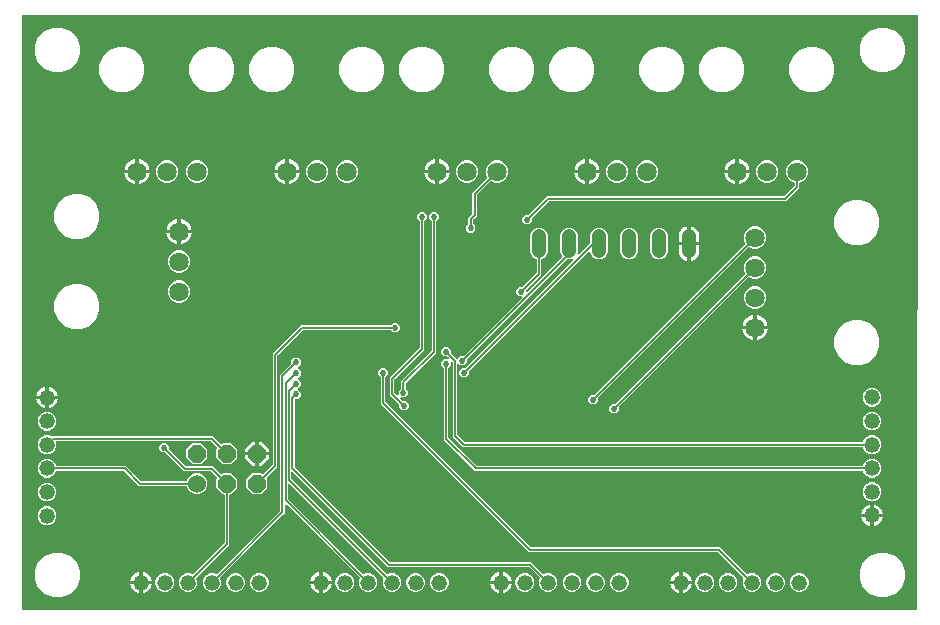
<source format=gbr>
G04 EAGLE Gerber RS-274X export*
G75*
%MOMM*%
%FSLAX34Y34*%
%LPD*%
%INBottom Copper*%
%IPPOS*%
%AMOC8*
5,1,8,0,0,1.08239X$1,22.5*%
G01*
%ADD10C,1.638300*%
%ADD11C,1.524000*%
%ADD12P,1.649562X8X22.500000*%
%ADD13C,1.320800*%
%ADD14C,1.219200*%
%ADD15C,0.525000*%
%ADD16C,0.152400*%

G36*
X759027Y2036D02*
X759027Y2036D01*
X759046Y2034D01*
X759148Y2056D01*
X759250Y2072D01*
X759267Y2082D01*
X759287Y2086D01*
X759376Y2139D01*
X759467Y2188D01*
X759481Y2202D01*
X759498Y2212D01*
X759565Y2291D01*
X759637Y2366D01*
X759645Y2384D01*
X759658Y2399D01*
X759697Y2495D01*
X759740Y2589D01*
X759742Y2609D01*
X759750Y2627D01*
X759768Y2794D01*
X759966Y505206D01*
X759963Y505226D01*
X759965Y505245D01*
X759943Y505347D01*
X759927Y505448D01*
X759917Y505466D01*
X759913Y505486D01*
X759860Y505575D01*
X759812Y505666D01*
X759797Y505680D01*
X759787Y505697D01*
X759708Y505764D01*
X759633Y505835D01*
X759615Y505844D01*
X759600Y505857D01*
X759503Y505896D01*
X759410Y505939D01*
X759390Y505941D01*
X759372Y505949D01*
X759205Y505967D01*
X2794Y505967D01*
X2774Y505964D01*
X2755Y505966D01*
X2653Y505944D01*
X2551Y505928D01*
X2534Y505918D01*
X2514Y505914D01*
X2425Y505861D01*
X2334Y505812D01*
X2320Y505798D01*
X2303Y505788D01*
X2236Y505709D01*
X2164Y505634D01*
X2156Y505616D01*
X2143Y505601D01*
X2104Y505505D01*
X2061Y505411D01*
X2059Y505391D01*
X2051Y505373D01*
X2033Y505206D01*
X2033Y2794D01*
X2036Y2774D01*
X2034Y2755D01*
X2056Y2653D01*
X2072Y2551D01*
X2082Y2534D01*
X2086Y2514D01*
X2139Y2425D01*
X2188Y2334D01*
X2202Y2320D01*
X2212Y2303D01*
X2291Y2236D01*
X2366Y2164D01*
X2384Y2156D01*
X2399Y2143D01*
X2495Y2104D01*
X2589Y2061D01*
X2609Y2059D01*
X2627Y2051D01*
X2794Y2033D01*
X759007Y2033D01*
X759027Y2036D01*
G37*
%LPC*%
G36*
X719794Y114172D02*
X719794Y114172D01*
X716899Y115371D01*
X714684Y117586D01*
X713873Y119544D01*
X713812Y119644D01*
X713752Y119744D01*
X713747Y119748D01*
X713743Y119753D01*
X713653Y119828D01*
X713565Y119904D01*
X713559Y119906D01*
X713554Y119910D01*
X713446Y119952D01*
X713337Y119996D01*
X713329Y119997D01*
X713324Y119998D01*
X713306Y119999D01*
X713170Y120014D01*
X385111Y120014D01*
X358647Y146478D01*
X358647Y207028D01*
X358633Y207118D01*
X358625Y207209D01*
X358613Y207239D01*
X358608Y207271D01*
X358565Y207351D01*
X358529Y207435D01*
X358503Y207467D01*
X358492Y207488D01*
X358469Y207510D01*
X358424Y207566D01*
X356784Y209206D01*
X356784Y212434D01*
X359066Y214716D01*
X362232Y214716D01*
X362302Y214727D01*
X362374Y214729D01*
X362423Y214747D01*
X362474Y214755D01*
X362538Y214789D01*
X362605Y214814D01*
X362646Y214846D01*
X362692Y214871D01*
X362741Y214923D01*
X362797Y214967D01*
X362825Y215011D01*
X362861Y215049D01*
X362891Y215114D01*
X362930Y215174D01*
X362943Y215225D01*
X362965Y215272D01*
X362973Y215343D01*
X362990Y215413D01*
X362986Y215465D01*
X362992Y215516D01*
X362977Y215587D01*
X362971Y215658D01*
X362951Y215706D01*
X362940Y215757D01*
X362903Y215818D01*
X362875Y215884D01*
X362830Y215940D01*
X362814Y215968D01*
X362796Y215983D01*
X362770Y216015D01*
X361924Y216861D01*
X361850Y216914D01*
X361781Y216974D01*
X361750Y216986D01*
X361724Y217005D01*
X361637Y217032D01*
X361552Y217066D01*
X361511Y217070D01*
X361489Y217077D01*
X361457Y217076D01*
X361386Y217084D01*
X359066Y217084D01*
X356784Y219366D01*
X356784Y222594D01*
X359066Y224876D01*
X362294Y224876D01*
X364576Y222594D01*
X364576Y220274D01*
X364590Y220184D01*
X364598Y220093D01*
X364610Y220064D01*
X364615Y220032D01*
X364658Y219951D01*
X364694Y219867D01*
X364720Y219835D01*
X364731Y219814D01*
X364754Y219792D01*
X364799Y219736D01*
X368919Y215616D01*
X369478Y215056D01*
X369495Y215045D01*
X369507Y215029D01*
X369594Y214973D01*
X369678Y214913D01*
X369697Y214907D01*
X369714Y214896D01*
X369814Y214871D01*
X369913Y214840D01*
X369933Y214841D01*
X369952Y214836D01*
X370055Y214844D01*
X370159Y214847D01*
X370178Y214854D01*
X370198Y214855D01*
X370293Y214896D01*
X370390Y214931D01*
X370406Y214944D01*
X370424Y214952D01*
X370555Y215056D01*
X372754Y217256D01*
X375074Y217256D01*
X375164Y217270D01*
X375255Y217278D01*
X375284Y217290D01*
X375316Y217295D01*
X375397Y217338D01*
X375481Y217374D01*
X375513Y217400D01*
X375534Y217411D01*
X375556Y217434D01*
X375612Y217479D01*
X424718Y266585D01*
X424760Y266643D01*
X424809Y266695D01*
X424831Y266742D01*
X424862Y266784D01*
X424883Y266853D01*
X424913Y266918D01*
X424919Y266970D01*
X424934Y267020D01*
X424932Y267091D01*
X424940Y267162D01*
X424929Y267213D01*
X424928Y267265D01*
X424903Y267333D01*
X424888Y267403D01*
X424861Y267448D01*
X424843Y267496D01*
X424798Y267552D01*
X424762Y267614D01*
X424722Y267648D01*
X424689Y267688D01*
X424629Y267727D01*
X424575Y267774D01*
X424526Y267793D01*
X424482Y267821D01*
X424413Y267839D01*
X424346Y267866D01*
X424275Y267874D01*
X424244Y267882D01*
X424221Y267880D01*
X424180Y267884D01*
X422566Y267884D01*
X420284Y270166D01*
X420284Y273394D01*
X422566Y275676D01*
X424886Y275676D01*
X424976Y275690D01*
X425067Y275698D01*
X425096Y275710D01*
X425128Y275715D01*
X425209Y275758D01*
X425293Y275794D01*
X425325Y275820D01*
X425346Y275831D01*
X425368Y275854D01*
X425424Y275899D01*
X437164Y287639D01*
X437217Y287713D01*
X437277Y287782D01*
X437289Y287813D01*
X437308Y287839D01*
X437335Y287926D01*
X437369Y288011D01*
X437373Y288052D01*
X437380Y288074D01*
X437379Y288106D01*
X437387Y288177D01*
X437387Y298684D01*
X437368Y298798D01*
X437351Y298915D01*
X437349Y298920D01*
X437348Y298926D01*
X437293Y299029D01*
X437240Y299134D01*
X437235Y299138D01*
X437232Y299144D01*
X437148Y299224D01*
X437064Y299306D01*
X437058Y299310D01*
X437054Y299313D01*
X437037Y299321D01*
X436917Y299387D01*
X435247Y300079D01*
X433175Y302151D01*
X432053Y304859D01*
X432053Y319981D01*
X433175Y322689D01*
X435247Y324761D01*
X437955Y325883D01*
X440885Y325883D01*
X443593Y324761D01*
X445665Y322689D01*
X446787Y319981D01*
X446787Y304859D01*
X445665Y302151D01*
X443593Y300079D01*
X441923Y299387D01*
X441823Y299325D01*
X441723Y299265D01*
X441719Y299261D01*
X441714Y299257D01*
X441639Y299167D01*
X441563Y299079D01*
X441561Y299073D01*
X441557Y299068D01*
X441515Y298959D01*
X441471Y298850D01*
X441470Y298843D01*
X441469Y298838D01*
X441468Y298820D01*
X441453Y298684D01*
X441453Y286178D01*
X428299Y273024D01*
X428246Y272950D01*
X428186Y272881D01*
X428174Y272850D01*
X428155Y272824D01*
X428128Y272737D01*
X428094Y272652D01*
X428090Y272611D01*
X428083Y272589D01*
X428084Y272557D01*
X428076Y272486D01*
X428076Y271780D01*
X428087Y271710D01*
X428089Y271638D01*
X428107Y271589D01*
X428115Y271538D01*
X428149Y271474D01*
X428174Y271407D01*
X428206Y271366D01*
X428231Y271320D01*
X428282Y271271D01*
X428327Y271215D01*
X428371Y271187D01*
X428409Y271151D01*
X428474Y271121D01*
X428534Y271082D01*
X428585Y271069D01*
X428632Y271047D01*
X428703Y271039D01*
X428773Y271022D01*
X428825Y271026D01*
X428876Y271020D01*
X428947Y271035D01*
X429018Y271041D01*
X429066Y271061D01*
X429117Y271072D01*
X429178Y271109D01*
X429244Y271137D01*
X429300Y271182D01*
X429328Y271198D01*
X429343Y271216D01*
X429375Y271242D01*
X458891Y300758D01*
X458903Y300774D01*
X458919Y300787D01*
X458975Y300874D01*
X459035Y300958D01*
X459041Y300977D01*
X459051Y300994D01*
X459077Y301094D01*
X459107Y301193D01*
X459107Y301213D01*
X459112Y301232D01*
X459104Y301335D01*
X459101Y301439D01*
X459094Y301458D01*
X459092Y301477D01*
X459052Y301572D01*
X459016Y301670D01*
X459004Y301685D01*
X458996Y301704D01*
X458891Y301835D01*
X458575Y302151D01*
X457453Y304859D01*
X457453Y319981D01*
X458575Y322689D01*
X460647Y324761D01*
X463355Y325883D01*
X466285Y325883D01*
X468993Y324761D01*
X471065Y322689D01*
X472187Y319981D01*
X472187Y304859D01*
X471871Y304097D01*
X471849Y304002D01*
X471820Y303909D01*
X471821Y303883D01*
X471815Y303858D01*
X471824Y303761D01*
X471827Y303663D01*
X471836Y303639D01*
X471838Y303613D01*
X471878Y303524D01*
X471911Y303432D01*
X471928Y303412D01*
X471938Y303388D01*
X472004Y303317D01*
X472065Y303240D01*
X472087Y303226D01*
X472105Y303207D01*
X472190Y303160D01*
X472272Y303107D01*
X472297Y303101D01*
X472320Y303088D01*
X472416Y303071D01*
X472510Y303047D01*
X472536Y303049D01*
X472562Y303045D01*
X472659Y303059D01*
X472756Y303067D01*
X472780Y303077D01*
X472806Y303081D01*
X472893Y303125D01*
X472982Y303163D01*
X473007Y303183D01*
X473025Y303192D01*
X473048Y303216D01*
X473113Y303268D01*
X482630Y312785D01*
X482683Y312859D01*
X482743Y312928D01*
X482755Y312959D01*
X482774Y312985D01*
X482801Y313072D01*
X482835Y313157D01*
X482839Y313198D01*
X482846Y313220D01*
X482845Y313252D01*
X482853Y313323D01*
X482853Y319981D01*
X483975Y322689D01*
X486047Y324761D01*
X488755Y325883D01*
X491685Y325883D01*
X494393Y324761D01*
X496465Y322689D01*
X497587Y319981D01*
X497587Y304859D01*
X496465Y302151D01*
X494393Y300079D01*
X491685Y298957D01*
X488755Y298957D01*
X486047Y300079D01*
X483975Y302151D01*
X482853Y304859D01*
X482853Y305421D01*
X482842Y305491D01*
X482840Y305563D01*
X482822Y305612D01*
X482814Y305663D01*
X482780Y305727D01*
X482755Y305794D01*
X482723Y305835D01*
X482698Y305881D01*
X482646Y305930D01*
X482602Y305986D01*
X482558Y306014D01*
X482520Y306050D01*
X482455Y306080D01*
X482395Y306119D01*
X482344Y306132D01*
X482297Y306154D01*
X482226Y306162D01*
X482156Y306179D01*
X482104Y306175D01*
X482053Y306181D01*
X481982Y306166D01*
X481911Y306160D01*
X481863Y306140D01*
X481812Y306129D01*
X481751Y306092D01*
X481685Y306064D01*
X481629Y306019D01*
X481601Y306003D01*
X481586Y305985D01*
X481554Y305959D01*
X380039Y204444D01*
X379986Y204370D01*
X379926Y204301D01*
X379914Y204270D01*
X379895Y204244D01*
X379868Y204157D01*
X379834Y204072D01*
X379830Y204031D01*
X379823Y204009D01*
X379824Y203977D01*
X379816Y203906D01*
X379816Y201586D01*
X377534Y199304D01*
X374306Y199304D01*
X372024Y201586D01*
X372024Y204814D01*
X374306Y207096D01*
X376626Y207096D01*
X376716Y207110D01*
X376807Y207118D01*
X376836Y207130D01*
X376868Y207135D01*
X376949Y207178D01*
X377033Y207214D01*
X377065Y207240D01*
X377086Y207251D01*
X377108Y207274D01*
X377164Y207319D01*
X467876Y298031D01*
X467933Y298110D01*
X467995Y298185D01*
X468005Y298210D01*
X468020Y298231D01*
X468049Y298324D01*
X468083Y298415D01*
X468085Y298441D01*
X468092Y298466D01*
X468090Y298563D01*
X468094Y298661D01*
X468087Y298686D01*
X468086Y298712D01*
X468052Y298803D01*
X468025Y298897D01*
X468010Y298918D01*
X468001Y298943D01*
X467940Y299019D01*
X467885Y299099D01*
X467864Y299114D01*
X467848Y299135D01*
X467766Y299188D01*
X467688Y299246D01*
X467663Y299254D01*
X467641Y299268D01*
X467546Y299292D01*
X467454Y299322D01*
X467428Y299322D01*
X467402Y299328D01*
X467305Y299320D01*
X467208Y299319D01*
X467176Y299310D01*
X467157Y299309D01*
X467127Y299296D01*
X467047Y299273D01*
X466285Y298957D01*
X463279Y298957D01*
X463234Y298969D01*
X463228Y298968D01*
X463222Y298970D01*
X463104Y298959D01*
X462988Y298949D01*
X462983Y298947D01*
X462977Y298947D01*
X462869Y298899D01*
X462762Y298853D01*
X462757Y298849D01*
X462752Y298847D01*
X462739Y298834D01*
X462631Y298748D01*
X378487Y214604D01*
X378434Y214530D01*
X378374Y214461D01*
X378362Y214430D01*
X378343Y214404D01*
X378316Y214317D01*
X378282Y214232D01*
X378278Y214191D01*
X378271Y214169D01*
X378272Y214137D01*
X378264Y214066D01*
X378264Y211746D01*
X375982Y209464D01*
X372754Y209464D01*
X371632Y210586D01*
X371574Y210628D01*
X371522Y210678D01*
X371475Y210700D01*
X371433Y210730D01*
X371364Y210751D01*
X371299Y210781D01*
X371247Y210787D01*
X371197Y210802D01*
X371126Y210800D01*
X371055Y210808D01*
X371004Y210797D01*
X370952Y210796D01*
X370884Y210771D01*
X370814Y210756D01*
X370769Y210729D01*
X370721Y210711D01*
X370665Y210667D01*
X370603Y210630D01*
X370569Y210590D01*
X370529Y210558D01*
X370490Y210497D01*
X370443Y210443D01*
X370424Y210395D01*
X370396Y210351D01*
X370378Y210281D01*
X370351Y210215D01*
X370343Y210143D01*
X370335Y210112D01*
X370337Y210089D01*
X370333Y210048D01*
X370333Y151017D01*
X370347Y150927D01*
X370355Y150836D01*
X370367Y150807D01*
X370372Y150775D01*
X370415Y150694D01*
X370451Y150610D01*
X370477Y150578D01*
X370488Y150557D01*
X370511Y150535D01*
X370556Y150479D01*
X376666Y144369D01*
X376740Y144316D01*
X376809Y144256D01*
X376840Y144244D01*
X376866Y144225D01*
X376953Y144198D01*
X377038Y144164D01*
X377079Y144160D01*
X377101Y144153D01*
X377133Y144154D01*
X377204Y144146D01*
X713170Y144146D01*
X713285Y144165D01*
X713401Y144182D01*
X713406Y144184D01*
X713413Y144185D01*
X713515Y144240D01*
X713620Y144293D01*
X713624Y144298D01*
X713630Y144301D01*
X713710Y144385D01*
X713792Y144469D01*
X713796Y144475D01*
X713799Y144479D01*
X713807Y144496D01*
X713873Y144616D01*
X714684Y146574D01*
X716899Y148789D01*
X719794Y149988D01*
X722926Y149988D01*
X725821Y148789D01*
X728036Y146574D01*
X729235Y143679D01*
X729235Y140547D01*
X728036Y137652D01*
X725821Y135437D01*
X722926Y134238D01*
X719794Y134238D01*
X716899Y135437D01*
X714684Y137652D01*
X713873Y139610D01*
X713812Y139709D01*
X713752Y139810D01*
X713747Y139814D01*
X713743Y139819D01*
X713653Y139894D01*
X713565Y139970D01*
X713559Y139972D01*
X713554Y139976D01*
X713446Y140018D01*
X713337Y140062D01*
X713329Y140063D01*
X713324Y140064D01*
X713306Y140065D01*
X713170Y140080D01*
X375205Y140080D01*
X366267Y149018D01*
X366267Y212203D01*
X366253Y212293D01*
X366245Y212384D01*
X366233Y212413D01*
X366228Y212445D01*
X366185Y212526D01*
X366149Y212610D01*
X366123Y212642D01*
X366112Y212663D01*
X366089Y212685D01*
X366044Y212741D01*
X365875Y212910D01*
X365817Y212952D01*
X365765Y213001D01*
X365718Y213023D01*
X365676Y213054D01*
X365607Y213075D01*
X365542Y213105D01*
X365490Y213111D01*
X365440Y213126D01*
X365369Y213124D01*
X365298Y213132D01*
X365247Y213121D01*
X365195Y213120D01*
X365127Y213095D01*
X365057Y213080D01*
X365013Y213053D01*
X364964Y213035D01*
X364908Y212990D01*
X364846Y212954D01*
X364812Y212914D01*
X364772Y212881D01*
X364733Y212821D01*
X364686Y212767D01*
X364667Y212718D01*
X364639Y212674D01*
X364621Y212605D01*
X364594Y212538D01*
X364586Y212467D01*
X364578Y212436D01*
X364580Y212413D01*
X364576Y212372D01*
X364576Y209206D01*
X362936Y207566D01*
X362883Y207492D01*
X362823Y207423D01*
X362811Y207393D01*
X362792Y207367D01*
X362765Y207280D01*
X362731Y207195D01*
X362727Y207154D01*
X362720Y207131D01*
X362721Y207099D01*
X362713Y207028D01*
X362713Y148477D01*
X362727Y148387D01*
X362735Y148296D01*
X362747Y148267D01*
X362752Y148235D01*
X362795Y148154D01*
X362831Y148070D01*
X362857Y148038D01*
X362868Y148017D01*
X362891Y147995D01*
X362936Y147939D01*
X386572Y124303D01*
X386646Y124250D01*
X386715Y124190D01*
X386746Y124178D01*
X386772Y124159D01*
X386859Y124132D01*
X386944Y124098D01*
X386985Y124094D01*
X387007Y124087D01*
X387039Y124088D01*
X387110Y124080D01*
X713170Y124080D01*
X713285Y124099D01*
X713401Y124116D01*
X713406Y124118D01*
X713413Y124119D01*
X713515Y124174D01*
X713620Y124227D01*
X713624Y124232D01*
X713630Y124235D01*
X713710Y124319D01*
X713792Y124403D01*
X713796Y124409D01*
X713799Y124413D01*
X713807Y124430D01*
X713873Y124550D01*
X714684Y126508D01*
X716899Y128723D01*
X719794Y129922D01*
X722926Y129922D01*
X725821Y128723D01*
X728036Y126508D01*
X729235Y123613D01*
X729235Y120481D01*
X728036Y117586D01*
X725821Y115371D01*
X722926Y114172D01*
X719794Y114172D01*
G37*
%LPD*%
%LPC*%
G36*
X160867Y17525D02*
X160867Y17525D01*
X157972Y18724D01*
X155757Y20939D01*
X154558Y23834D01*
X154558Y26966D01*
X155757Y29861D01*
X157972Y32076D01*
X160867Y33275D01*
X163999Y33275D01*
X165957Y32464D01*
X166071Y32437D01*
X166184Y32408D01*
X166191Y32409D01*
X166197Y32408D01*
X166313Y32419D01*
X166430Y32428D01*
X166435Y32430D01*
X166442Y32431D01*
X166549Y32478D01*
X166656Y32524D01*
X166662Y32529D01*
X166666Y32531D01*
X166680Y32543D01*
X166787Y32629D01*
X219740Y85582D01*
X219793Y85656D01*
X219853Y85725D01*
X219865Y85756D01*
X219884Y85782D01*
X219911Y85869D01*
X219945Y85954D01*
X219949Y85995D01*
X219956Y86017D01*
X219955Y86049D01*
X219963Y86120D01*
X219963Y201050D01*
X229561Y210648D01*
X229614Y210722D01*
X229674Y210791D01*
X229686Y210822D01*
X229705Y210848D01*
X229732Y210935D01*
X229766Y211020D01*
X229770Y211061D01*
X229777Y211083D01*
X229776Y211115D01*
X229784Y211186D01*
X229784Y213506D01*
X232066Y215788D01*
X235294Y215788D01*
X237576Y213506D01*
X237576Y210278D01*
X235184Y207886D01*
X235172Y207870D01*
X235156Y207858D01*
X235100Y207770D01*
X235040Y207687D01*
X235034Y207668D01*
X235023Y207651D01*
X234998Y207550D01*
X234968Y207451D01*
X234968Y207432D01*
X234963Y207412D01*
X234971Y207309D01*
X234974Y207206D01*
X234981Y207187D01*
X234983Y207167D01*
X235023Y207072D01*
X235059Y206975D01*
X235071Y206959D01*
X235079Y206941D01*
X235184Y206810D01*
X237576Y204418D01*
X237576Y201190D01*
X235297Y198911D01*
X235255Y198853D01*
X235205Y198801D01*
X235183Y198754D01*
X235153Y198712D01*
X235132Y198643D01*
X235102Y198578D01*
X235096Y198526D01*
X235081Y198476D01*
X235083Y198405D01*
X235075Y198334D01*
X235086Y198283D01*
X235087Y198231D01*
X235112Y198163D01*
X235127Y198093D01*
X235154Y198048D01*
X235172Y198000D01*
X235216Y197944D01*
X235253Y197882D01*
X235293Y197848D01*
X235325Y197808D01*
X235386Y197769D01*
X235421Y197739D01*
X237830Y195330D01*
X237830Y192102D01*
X235438Y189710D01*
X235426Y189694D01*
X235410Y189682D01*
X235354Y189594D01*
X235294Y189511D01*
X235288Y189492D01*
X235277Y189475D01*
X235252Y189374D01*
X235222Y189275D01*
X235222Y189256D01*
X235217Y189236D01*
X235225Y189133D01*
X235228Y189030D01*
X235235Y189011D01*
X235237Y188991D01*
X235277Y188896D01*
X235313Y188799D01*
X235325Y188783D01*
X235333Y188765D01*
X235438Y188634D01*
X237830Y186242D01*
X237830Y183014D01*
X235548Y180732D01*
X233426Y180732D01*
X233406Y180729D01*
X233387Y180731D01*
X233285Y180709D01*
X233183Y180693D01*
X233166Y180683D01*
X233146Y180679D01*
X233057Y180626D01*
X232966Y180577D01*
X232952Y180563D01*
X232935Y180553D01*
X232868Y180474D01*
X232796Y180399D01*
X232788Y180381D01*
X232775Y180366D01*
X232736Y180270D01*
X232693Y180176D01*
X232691Y180156D01*
X232683Y180138D01*
X232665Y179971D01*
X232665Y123585D01*
X232679Y123495D01*
X232687Y123404D01*
X232699Y123375D01*
X232704Y123343D01*
X232747Y123262D01*
X232783Y123178D01*
X232809Y123146D01*
X232820Y123125D01*
X232843Y123103D01*
X232888Y123047D01*
X313039Y42896D01*
X313113Y42843D01*
X313182Y42783D01*
X313213Y42771D01*
X313239Y42752D01*
X313326Y42725D01*
X313411Y42691D01*
X313452Y42687D01*
X313474Y42680D01*
X313506Y42681D01*
X313577Y42673D01*
X432769Y42673D01*
X434183Y41259D01*
X442813Y32629D01*
X442908Y32560D01*
X443002Y32491D01*
X443008Y32489D01*
X443013Y32485D01*
X443124Y32451D01*
X443236Y32415D01*
X443242Y32415D01*
X443248Y32413D01*
X443365Y32416D01*
X443482Y32417D01*
X443489Y32419D01*
X443494Y32419D01*
X443511Y32426D01*
X443643Y32464D01*
X445601Y33275D01*
X448733Y33275D01*
X451628Y32076D01*
X453843Y29861D01*
X455042Y26966D01*
X455042Y23834D01*
X453843Y20939D01*
X451628Y18724D01*
X448733Y17525D01*
X445601Y17525D01*
X442706Y18724D01*
X440491Y20939D01*
X439292Y23834D01*
X439292Y26966D01*
X440103Y28924D01*
X440130Y29038D01*
X440159Y29151D01*
X440158Y29158D01*
X440159Y29164D01*
X440148Y29280D01*
X440139Y29397D01*
X440137Y29402D01*
X440136Y29409D01*
X440089Y29516D01*
X440043Y29623D01*
X440038Y29629D01*
X440036Y29633D01*
X440024Y29647D01*
X439938Y29754D01*
X431308Y38384D01*
X431234Y38437D01*
X431165Y38497D01*
X431134Y38509D01*
X431108Y38528D01*
X431021Y38555D01*
X430936Y38589D01*
X430895Y38593D01*
X430873Y38600D01*
X430841Y38599D01*
X430770Y38607D01*
X311578Y38607D01*
X231170Y119015D01*
X231112Y119057D01*
X231060Y119106D01*
X231013Y119128D01*
X230971Y119159D01*
X230902Y119180D01*
X230837Y119210D01*
X230785Y119216D01*
X230735Y119231D01*
X230664Y119229D01*
X230593Y119237D01*
X230542Y119226D01*
X230490Y119225D01*
X230422Y119200D01*
X230352Y119185D01*
X230308Y119158D01*
X230259Y119140D01*
X230203Y119095D01*
X230141Y119059D01*
X230107Y119019D01*
X230067Y118986D01*
X230028Y118926D01*
X229981Y118872D01*
X229962Y118823D01*
X229934Y118779D01*
X229916Y118710D01*
X229889Y118643D01*
X229881Y118572D01*
X229873Y118541D01*
X229875Y118518D01*
X229871Y118477D01*
X229871Y113552D01*
X229885Y113462D01*
X229893Y113371D01*
X229905Y113342D01*
X229910Y113310D01*
X229953Y113229D01*
X229989Y113145D01*
X230015Y113113D01*
X230026Y113092D01*
X230049Y113070D01*
X230094Y113014D01*
X310479Y32629D01*
X310574Y32561D01*
X310668Y32491D01*
X310674Y32489D01*
X310679Y32485D01*
X310790Y32451D01*
X310902Y32415D01*
X310908Y32415D01*
X310914Y32413D01*
X311031Y32416D01*
X311148Y32417D01*
X311155Y32419D01*
X311160Y32419D01*
X311177Y32426D01*
X311309Y32464D01*
X313267Y33275D01*
X316399Y33275D01*
X319294Y32076D01*
X321509Y29861D01*
X322708Y26966D01*
X322708Y23834D01*
X321509Y20939D01*
X319294Y18724D01*
X316399Y17525D01*
X313267Y17525D01*
X310372Y18724D01*
X308157Y20939D01*
X306958Y23834D01*
X306958Y26966D01*
X307769Y28924D01*
X307796Y29038D01*
X307825Y29151D01*
X307824Y29158D01*
X307825Y29164D01*
X307814Y29280D01*
X307805Y29397D01*
X307803Y29402D01*
X307802Y29409D01*
X307755Y29516D01*
X307709Y29623D01*
X307704Y29629D01*
X307702Y29633D01*
X307690Y29647D01*
X307604Y29754D01*
X228376Y108982D01*
X228318Y109024D01*
X228266Y109073D01*
X228219Y109095D01*
X228177Y109126D01*
X228108Y109147D01*
X228043Y109177D01*
X227991Y109183D01*
X227941Y109198D01*
X227870Y109196D01*
X227799Y109204D01*
X227748Y109193D01*
X227696Y109192D01*
X227628Y109167D01*
X227558Y109152D01*
X227514Y109125D01*
X227465Y109107D01*
X227409Y109062D01*
X227347Y109026D01*
X227313Y108986D01*
X227273Y108953D01*
X227234Y108893D01*
X227187Y108839D01*
X227168Y108790D01*
X227140Y108746D01*
X227122Y108677D01*
X227095Y108610D01*
X227087Y108539D01*
X227079Y108508D01*
X227081Y108485D01*
X227077Y108444D01*
X227077Y96280D01*
X227091Y96190D01*
X227099Y96099D01*
X227111Y96070D01*
X227116Y96038D01*
X227159Y95957D01*
X227195Y95873D01*
X227221Y95841D01*
X227232Y95820D01*
X227255Y95798D01*
X227300Y95742D01*
X290413Y32629D01*
X290508Y32561D01*
X290602Y32491D01*
X290608Y32489D01*
X290613Y32485D01*
X290724Y32451D01*
X290836Y32415D01*
X290842Y32415D01*
X290848Y32413D01*
X290965Y32416D01*
X291082Y32417D01*
X291089Y32419D01*
X291094Y32419D01*
X291111Y32426D01*
X291243Y32464D01*
X293201Y33275D01*
X296333Y33275D01*
X299228Y32076D01*
X301443Y29861D01*
X302642Y26966D01*
X302642Y23834D01*
X301443Y20939D01*
X299228Y18724D01*
X296333Y17525D01*
X293201Y17525D01*
X290306Y18724D01*
X288091Y20939D01*
X286892Y23834D01*
X286892Y26966D01*
X287703Y28924D01*
X287730Y29038D01*
X287759Y29151D01*
X287758Y29158D01*
X287759Y29164D01*
X287748Y29280D01*
X287739Y29397D01*
X287737Y29402D01*
X287736Y29409D01*
X287689Y29516D01*
X287643Y29623D01*
X287638Y29629D01*
X287636Y29633D01*
X287624Y29647D01*
X287538Y29754D01*
X225328Y91964D01*
X225270Y92006D01*
X225218Y92055D01*
X225171Y92077D01*
X225129Y92108D01*
X225060Y92129D01*
X224995Y92159D01*
X224943Y92165D01*
X224893Y92180D01*
X224822Y92178D01*
X224751Y92186D01*
X224700Y92175D01*
X224648Y92174D01*
X224580Y92149D01*
X224510Y92134D01*
X224466Y92107D01*
X224417Y92089D01*
X224361Y92044D01*
X224299Y92008D01*
X224265Y91968D01*
X224225Y91935D01*
X224186Y91875D01*
X224139Y91821D01*
X224120Y91772D01*
X224092Y91728D01*
X224074Y91659D01*
X224047Y91592D01*
X224039Y91521D01*
X224031Y91490D01*
X224033Y91467D01*
X224029Y91426D01*
X224029Y84121D01*
X222615Y82707D01*
X169662Y29754D01*
X169594Y29659D01*
X169524Y29565D01*
X169522Y29559D01*
X169518Y29554D01*
X169484Y29443D01*
X169448Y29331D01*
X169448Y29325D01*
X169446Y29319D01*
X169449Y29202D01*
X169450Y29085D01*
X169452Y29078D01*
X169452Y29073D01*
X169459Y29056D01*
X169497Y28924D01*
X170308Y26966D01*
X170308Y23834D01*
X169109Y20939D01*
X166894Y18724D01*
X163999Y17525D01*
X160867Y17525D01*
G37*
%LPD*%
%LPC*%
G36*
X618067Y17525D02*
X618067Y17525D01*
X615172Y18724D01*
X612957Y20939D01*
X611758Y23834D01*
X611758Y26966D01*
X612569Y28924D01*
X612596Y29038D01*
X612625Y29151D01*
X612624Y29158D01*
X612625Y29164D01*
X612614Y29280D01*
X612605Y29397D01*
X612603Y29402D01*
X612602Y29409D01*
X612555Y29516D01*
X612509Y29623D01*
X612504Y29629D01*
X612502Y29633D01*
X612490Y29647D01*
X612404Y29754D01*
X591074Y51084D01*
X591000Y51137D01*
X590931Y51197D01*
X590900Y51209D01*
X590874Y51228D01*
X590787Y51255D01*
X590702Y51289D01*
X590661Y51293D01*
X590639Y51300D01*
X590607Y51299D01*
X590536Y51307D01*
X430958Y51307D01*
X305307Y176958D01*
X305307Y199408D01*
X305293Y199498D01*
X305285Y199589D01*
X305273Y199619D01*
X305268Y199651D01*
X305225Y199731D01*
X305189Y199815D01*
X305163Y199847D01*
X305152Y199868D01*
X305129Y199890D01*
X305084Y199946D01*
X303444Y201586D01*
X303444Y204814D01*
X305726Y207096D01*
X308954Y207096D01*
X311236Y204814D01*
X311236Y201586D01*
X309596Y199946D01*
X309543Y199872D01*
X309483Y199803D01*
X309471Y199773D01*
X309452Y199747D01*
X309425Y199660D01*
X309391Y199575D01*
X309387Y199534D01*
X309380Y199511D01*
X309381Y199479D01*
X309373Y199408D01*
X309373Y178957D01*
X309387Y178867D01*
X309395Y178776D01*
X309407Y178747D01*
X309412Y178715D01*
X309455Y178634D01*
X309491Y178550D01*
X309517Y178518D01*
X309528Y178497D01*
X309551Y178475D01*
X309596Y178419D01*
X432419Y55596D01*
X432493Y55543D01*
X432562Y55483D01*
X432593Y55471D01*
X432619Y55452D01*
X432706Y55425D01*
X432791Y55391D01*
X432832Y55387D01*
X432854Y55380D01*
X432886Y55381D01*
X432957Y55373D01*
X592535Y55373D01*
X593949Y53959D01*
X615279Y32629D01*
X615374Y32561D01*
X615468Y32491D01*
X615474Y32489D01*
X615479Y32485D01*
X615590Y32451D01*
X615702Y32415D01*
X615708Y32415D01*
X615714Y32413D01*
X615831Y32416D01*
X615948Y32417D01*
X615955Y32419D01*
X615960Y32419D01*
X615977Y32426D01*
X616109Y32464D01*
X618067Y33275D01*
X621199Y33275D01*
X624094Y32076D01*
X626309Y29861D01*
X627508Y26966D01*
X627508Y23834D01*
X626309Y20939D01*
X624094Y18724D01*
X621199Y17525D01*
X618067Y17525D01*
G37*
%LPD*%
%LPC*%
G36*
X323506Y171364D02*
X323506Y171364D01*
X321224Y173646D01*
X321224Y175966D01*
X321210Y176056D01*
X321202Y176147D01*
X321190Y176176D01*
X321185Y176208D01*
X321142Y176289D01*
X321106Y176373D01*
X321080Y176405D01*
X321069Y176426D01*
X321046Y176448D01*
X321001Y176504D01*
X312927Y184578D01*
X312927Y198962D01*
X338104Y224139D01*
X338157Y224213D01*
X338217Y224282D01*
X338229Y224313D01*
X338248Y224339D01*
X338275Y224426D01*
X338309Y224511D01*
X338313Y224552D01*
X338320Y224574D01*
X338319Y224606D01*
X338327Y224677D01*
X338327Y331488D01*
X338313Y331578D01*
X338305Y331669D01*
X338293Y331699D01*
X338288Y331731D01*
X338245Y331811D01*
X338209Y331895D01*
X338183Y331927D01*
X338172Y331948D01*
X338149Y331970D01*
X338104Y332026D01*
X336464Y333666D01*
X336464Y336894D01*
X338746Y339176D01*
X341974Y339176D01*
X344256Y336894D01*
X344256Y333666D01*
X342616Y332026D01*
X342563Y331952D01*
X342503Y331883D01*
X342491Y331853D01*
X342472Y331827D01*
X342445Y331740D01*
X342411Y331655D01*
X342407Y331614D01*
X342400Y331591D01*
X342401Y331559D01*
X342393Y331488D01*
X342393Y222678D01*
X317216Y197501D01*
X317163Y197427D01*
X317103Y197358D01*
X317091Y197327D01*
X317072Y197301D01*
X317045Y197214D01*
X317011Y197129D01*
X317007Y197088D01*
X317000Y197066D01*
X317001Y197034D01*
X316993Y196963D01*
X316993Y186577D01*
X317007Y186487D01*
X317015Y186396D01*
X317027Y186367D01*
X317032Y186335D01*
X317075Y186254D01*
X317111Y186170D01*
X317137Y186138D01*
X317148Y186117D01*
X317171Y186095D01*
X317216Y186039D01*
X319361Y183894D01*
X319419Y183852D01*
X319471Y183803D01*
X319518Y183781D01*
X319560Y183750D01*
X319629Y183729D01*
X319694Y183699D01*
X319746Y183693D01*
X319796Y183678D01*
X319867Y183680D01*
X319938Y183672D01*
X319989Y183683D01*
X320041Y183684D01*
X320109Y183709D01*
X320179Y183724D01*
X320224Y183751D01*
X320272Y183769D01*
X320328Y183814D01*
X320390Y183850D01*
X320424Y183890D01*
X320464Y183923D01*
X320503Y183983D01*
X320550Y184037D01*
X320569Y184086D01*
X320597Y184130D01*
X320615Y184199D01*
X320642Y184266D01*
X320650Y184337D01*
X320658Y184368D01*
X320656Y184391D01*
X320660Y184432D01*
X320660Y187750D01*
X322300Y189390D01*
X322353Y189464D01*
X322413Y189533D01*
X322425Y189564D01*
X322444Y189590D01*
X322471Y189677D01*
X322505Y189762D01*
X322509Y189803D01*
X322516Y189825D01*
X322515Y189857D01*
X322523Y189928D01*
X322523Y195858D01*
X348264Y221599D01*
X348317Y221673D01*
X348377Y221742D01*
X348389Y221773D01*
X348408Y221799D01*
X348435Y221886D01*
X348469Y221971D01*
X348473Y222012D01*
X348480Y222034D01*
X348479Y222066D01*
X348487Y222137D01*
X348487Y331488D01*
X348473Y331578D01*
X348465Y331669D01*
X348453Y331699D01*
X348448Y331731D01*
X348405Y331811D01*
X348369Y331895D01*
X348343Y331927D01*
X348332Y331948D01*
X348309Y331970D01*
X348264Y332026D01*
X346624Y333666D01*
X346624Y336894D01*
X348906Y339176D01*
X352134Y339176D01*
X354416Y336894D01*
X354416Y333666D01*
X352776Y332026D01*
X352723Y331952D01*
X352663Y331883D01*
X352651Y331853D01*
X352632Y331827D01*
X352605Y331740D01*
X352571Y331655D01*
X352567Y331614D01*
X352560Y331591D01*
X352561Y331559D01*
X352553Y331488D01*
X352553Y220138D01*
X326812Y194397D01*
X326768Y194337D01*
X326730Y194296D01*
X326723Y194281D01*
X326699Y194254D01*
X326687Y194223D01*
X326668Y194197D01*
X326641Y194110D01*
X326629Y194079D01*
X326626Y194073D01*
X326626Y194071D01*
X326607Y194025D01*
X326603Y193984D01*
X326596Y193962D01*
X326597Y193930D01*
X326589Y193859D01*
X326589Y189928D01*
X326603Y189838D01*
X326611Y189747D01*
X326623Y189718D01*
X326628Y189686D01*
X326671Y189605D01*
X326707Y189521D01*
X326733Y189489D01*
X326744Y189468D01*
X326767Y189446D01*
X326812Y189390D01*
X328452Y187750D01*
X328452Y184523D01*
X326170Y182241D01*
X322852Y182241D01*
X322781Y182229D01*
X322709Y182227D01*
X322660Y182209D01*
X322609Y182201D01*
X322546Y182167D01*
X322478Y182143D01*
X322438Y182110D01*
X322392Y182086D01*
X322342Y182034D01*
X322286Y181989D01*
X322258Y181945D01*
X322222Y181907D01*
X322192Y181842D01*
X322153Y181782D01*
X322141Y181732D01*
X322119Y181684D01*
X322111Y181613D01*
X322093Y181544D01*
X322097Y181492D01*
X322092Y181440D01*
X322107Y181370D01*
X322112Y181298D01*
X322133Y181251D01*
X322144Y181200D01*
X322181Y181138D01*
X322209Y181072D01*
X322254Y181016D01*
X322270Y180988D01*
X322288Y180973D01*
X322314Y180941D01*
X323876Y179379D01*
X323950Y179326D01*
X324019Y179266D01*
X324050Y179254D01*
X324076Y179235D01*
X324163Y179208D01*
X324248Y179174D01*
X324289Y179170D01*
X324311Y179163D01*
X324343Y179164D01*
X324414Y179156D01*
X326734Y179156D01*
X329016Y176874D01*
X329016Y173646D01*
X326734Y171364D01*
X323506Y171364D01*
G37*
%LPD*%
%LPC*%
G36*
X427646Y328844D02*
X427646Y328844D01*
X425364Y331126D01*
X425364Y334354D01*
X427646Y336636D01*
X429966Y336636D01*
X430056Y336650D01*
X430147Y336658D01*
X430176Y336670D01*
X430208Y336675D01*
X430289Y336718D01*
X430373Y336754D01*
X430405Y336780D01*
X430426Y336791D01*
X430448Y336814D01*
X430504Y336859D01*
X446198Y352553D01*
X646543Y352553D01*
X646633Y352567D01*
X646724Y352575D01*
X646753Y352587D01*
X646785Y352592D01*
X646866Y352635D01*
X646950Y352671D01*
X646982Y352697D01*
X647003Y352708D01*
X647025Y352731D01*
X647081Y352776D01*
X655604Y361299D01*
X655657Y361373D01*
X655717Y361442D01*
X655729Y361473D01*
X655748Y361499D01*
X655775Y361586D01*
X655809Y361671D01*
X655813Y361712D01*
X655820Y361734D01*
X655819Y361766D01*
X655827Y361837D01*
X655827Y363471D01*
X655808Y363586D01*
X655791Y363702D01*
X655789Y363708D01*
X655788Y363714D01*
X655733Y363817D01*
X655680Y363922D01*
X655675Y363926D01*
X655672Y363932D01*
X655588Y364011D01*
X655504Y364094D01*
X655498Y364098D01*
X655494Y364101D01*
X655477Y364109D01*
X655357Y364175D01*
X652500Y365358D01*
X649838Y368020D01*
X648398Y371498D01*
X648398Y375262D01*
X649838Y378740D01*
X652500Y381402D01*
X655978Y382842D01*
X659742Y382842D01*
X663220Y381402D01*
X665882Y378740D01*
X667322Y375262D01*
X667322Y371498D01*
X665882Y368020D01*
X663220Y365358D01*
X660363Y364175D01*
X660263Y364113D01*
X660163Y364053D01*
X660159Y364048D01*
X660154Y364045D01*
X660079Y363956D01*
X660003Y363866D01*
X660001Y363860D01*
X659997Y363856D01*
X659955Y363748D01*
X659911Y363638D01*
X659910Y363631D01*
X659909Y363626D01*
X659908Y363608D01*
X659893Y363471D01*
X659893Y359838D01*
X648542Y348487D01*
X448197Y348487D01*
X448107Y348473D01*
X448016Y348465D01*
X447987Y348453D01*
X447955Y348448D01*
X447874Y348405D01*
X447790Y348369D01*
X447758Y348343D01*
X447737Y348332D01*
X447715Y348309D01*
X447659Y348264D01*
X433379Y333984D01*
X433326Y333910D01*
X433266Y333841D01*
X433254Y333810D01*
X433235Y333784D01*
X433208Y333697D01*
X433174Y333612D01*
X433170Y333571D01*
X433163Y333549D01*
X433164Y333517D01*
X433156Y333446D01*
X433156Y331126D01*
X430874Y328844D01*
X427646Y328844D01*
G37*
%LPD*%
%LPC*%
G36*
X196977Y100329D02*
X196977Y100329D01*
X191769Y105537D01*
X191769Y112903D01*
X196977Y118111D01*
X204343Y118111D01*
X204971Y117482D01*
X204987Y117471D01*
X205000Y117455D01*
X205087Y117399D01*
X205171Y117339D01*
X205190Y117333D01*
X205207Y117322D01*
X205307Y117297D01*
X205406Y117266D01*
X205426Y117267D01*
X205445Y117262D01*
X205548Y117270D01*
X205652Y117273D01*
X205671Y117280D01*
X205690Y117281D01*
X205785Y117322D01*
X205883Y117357D01*
X205898Y117370D01*
X205917Y117378D01*
X206048Y117482D01*
X213644Y125079D01*
X213697Y125153D01*
X213757Y125222D01*
X213769Y125253D01*
X213788Y125279D01*
X213815Y125366D01*
X213849Y125451D01*
X213853Y125492D01*
X213860Y125514D01*
X213859Y125546D01*
X213867Y125617D01*
X213867Y219282D01*
X237918Y243333D01*
X313708Y243333D01*
X313798Y243347D01*
X313889Y243355D01*
X313919Y243367D01*
X313951Y243372D01*
X314031Y243415D01*
X314115Y243451D01*
X314147Y243477D01*
X314168Y243488D01*
X314183Y243503D01*
X314184Y243504D01*
X314194Y243514D01*
X314246Y243556D01*
X315886Y245196D01*
X319114Y245196D01*
X321396Y242914D01*
X321396Y239686D01*
X319114Y237404D01*
X315886Y237404D01*
X314246Y239044D01*
X314172Y239097D01*
X314103Y239157D01*
X314073Y239169D01*
X314047Y239188D01*
X313960Y239215D01*
X313875Y239249D01*
X313834Y239253D01*
X313811Y239260D01*
X313779Y239259D01*
X313708Y239267D01*
X239917Y239267D01*
X239827Y239253D01*
X239736Y239245D01*
X239707Y239233D01*
X239675Y239228D01*
X239594Y239185D01*
X239510Y239149D01*
X239478Y239123D01*
X239457Y239112D01*
X239435Y239089D01*
X239379Y239044D01*
X218156Y217821D01*
X218103Y217747D01*
X218043Y217678D01*
X218031Y217647D01*
X218012Y217621D01*
X217985Y217534D01*
X217951Y217449D01*
X217947Y217408D01*
X217940Y217386D01*
X217941Y217354D01*
X217933Y217283D01*
X217933Y123618D01*
X216519Y122204D01*
X208922Y114608D01*
X208911Y114591D01*
X208895Y114579D01*
X208839Y114492D01*
X208779Y114408D01*
X208773Y114389D01*
X208762Y114372D01*
X208737Y114272D01*
X208706Y114173D01*
X208707Y114153D01*
X208702Y114134D01*
X208710Y114031D01*
X208713Y113927D01*
X208720Y113908D01*
X208721Y113888D01*
X208762Y113793D01*
X208797Y113696D01*
X208810Y113680D01*
X208818Y113662D01*
X208922Y113531D01*
X209551Y112903D01*
X209551Y105537D01*
X204343Y100329D01*
X196977Y100329D01*
G37*
%LPD*%
%LPC*%
G36*
X463571Y440689D02*
X463571Y440689D01*
X456569Y443590D01*
X451210Y448949D01*
X448309Y455951D01*
X448309Y463529D01*
X451210Y470531D01*
X456569Y475890D01*
X463571Y478791D01*
X471149Y478791D01*
X478151Y475890D01*
X483510Y470531D01*
X486411Y463529D01*
X486411Y455951D01*
X483510Y448949D01*
X478151Y443590D01*
X471149Y440689D01*
X463571Y440689D01*
G37*
%LPD*%
%LPC*%
G36*
X44471Y316229D02*
X44471Y316229D01*
X37469Y319130D01*
X32110Y324489D01*
X29209Y331491D01*
X29209Y339069D01*
X32110Y346071D01*
X37469Y351430D01*
X44471Y354331D01*
X52049Y354331D01*
X59051Y351430D01*
X64410Y346071D01*
X67311Y339069D01*
X67311Y331491D01*
X64410Y324489D01*
X59051Y319130D01*
X52049Y316229D01*
X44471Y316229D01*
G37*
%LPD*%
%LPC*%
G36*
X336571Y440689D02*
X336571Y440689D01*
X329569Y443590D01*
X324210Y448949D01*
X321309Y455951D01*
X321309Y463529D01*
X324210Y470531D01*
X329569Y475890D01*
X336571Y478791D01*
X344149Y478791D01*
X351151Y475890D01*
X356510Y470531D01*
X359411Y463529D01*
X359411Y455951D01*
X356510Y448949D01*
X351151Y443590D01*
X344149Y440689D01*
X336571Y440689D01*
G37*
%LPD*%
%LPC*%
G36*
X209571Y440689D02*
X209571Y440689D01*
X202569Y443590D01*
X197210Y448949D01*
X194309Y455951D01*
X194309Y463529D01*
X197210Y470531D01*
X202569Y475890D01*
X209571Y478791D01*
X217149Y478791D01*
X224151Y475890D01*
X229510Y470531D01*
X232411Y463529D01*
X232411Y455951D01*
X229510Y448949D01*
X224151Y443590D01*
X217149Y440689D01*
X209571Y440689D01*
G37*
%LPD*%
%LPC*%
G36*
X666771Y440689D02*
X666771Y440689D01*
X659769Y443590D01*
X654410Y448949D01*
X651509Y455951D01*
X651509Y463529D01*
X654410Y470531D01*
X659769Y475890D01*
X666771Y478791D01*
X674349Y478791D01*
X681351Y475890D01*
X686710Y470531D01*
X689611Y463529D01*
X689611Y455951D01*
X686710Y448949D01*
X681351Y443590D01*
X674349Y440689D01*
X666771Y440689D01*
G37*
%LPD*%
%LPC*%
G36*
X590571Y440689D02*
X590571Y440689D01*
X583569Y443590D01*
X578210Y448949D01*
X575309Y455951D01*
X575309Y463529D01*
X578210Y470531D01*
X583569Y475890D01*
X590571Y478791D01*
X598149Y478791D01*
X605151Y475890D01*
X610510Y470531D01*
X613411Y463529D01*
X613411Y455951D01*
X610510Y448949D01*
X605151Y443590D01*
X598149Y440689D01*
X590571Y440689D01*
G37*
%LPD*%
%LPC*%
G36*
X539771Y440689D02*
X539771Y440689D01*
X532769Y443590D01*
X527410Y448949D01*
X524509Y455951D01*
X524509Y463529D01*
X527410Y470531D01*
X532769Y475890D01*
X539771Y478791D01*
X547349Y478791D01*
X554351Y475890D01*
X559710Y470531D01*
X562611Y463529D01*
X562611Y455951D01*
X559710Y448949D01*
X554351Y443590D01*
X547349Y440689D01*
X539771Y440689D01*
G37*
%LPD*%
%LPC*%
G36*
X412771Y440689D02*
X412771Y440689D01*
X405769Y443590D01*
X400410Y448949D01*
X397509Y455951D01*
X397509Y463529D01*
X400410Y470531D01*
X405769Y475890D01*
X412771Y478791D01*
X420349Y478791D01*
X427351Y475890D01*
X432710Y470531D01*
X435611Y463529D01*
X435611Y455951D01*
X432710Y448949D01*
X427351Y443590D01*
X420349Y440689D01*
X412771Y440689D01*
G37*
%LPD*%
%LPC*%
G36*
X158771Y440689D02*
X158771Y440689D01*
X151769Y443590D01*
X146410Y448949D01*
X143509Y455951D01*
X143509Y463529D01*
X146410Y470531D01*
X151769Y475890D01*
X158771Y478791D01*
X166349Y478791D01*
X173351Y475890D01*
X178710Y470531D01*
X181611Y463529D01*
X181611Y455951D01*
X178710Y448949D01*
X173351Y443590D01*
X166349Y440689D01*
X158771Y440689D01*
G37*
%LPD*%
%LPC*%
G36*
X285771Y440689D02*
X285771Y440689D01*
X278769Y443590D01*
X273410Y448949D01*
X270509Y455951D01*
X270509Y463529D01*
X273410Y470531D01*
X278769Y475890D01*
X285771Y478791D01*
X293349Y478791D01*
X300351Y475890D01*
X305710Y470531D01*
X308611Y463529D01*
X308611Y455951D01*
X305710Y448949D01*
X300351Y443590D01*
X293349Y440689D01*
X285771Y440689D01*
G37*
%LPD*%
%LPC*%
G36*
X82571Y440689D02*
X82571Y440689D01*
X75569Y443590D01*
X70210Y448949D01*
X67309Y455951D01*
X67309Y463529D01*
X70210Y470531D01*
X75569Y475890D01*
X82571Y478791D01*
X90149Y478791D01*
X97151Y475890D01*
X102510Y470531D01*
X105411Y463529D01*
X105411Y455951D01*
X102510Y448949D01*
X97151Y443590D01*
X90149Y440689D01*
X82571Y440689D01*
G37*
%LPD*%
%LPC*%
G36*
X704871Y311149D02*
X704871Y311149D01*
X697869Y314050D01*
X692510Y319409D01*
X689609Y326411D01*
X689609Y333989D01*
X692510Y340991D01*
X697869Y346350D01*
X704871Y349251D01*
X712449Y349251D01*
X719451Y346350D01*
X724810Y340991D01*
X727711Y333989D01*
X727711Y326411D01*
X724810Y319409D01*
X719451Y314050D01*
X712449Y311149D01*
X704871Y311149D01*
G37*
%LPD*%
%LPC*%
G36*
X44471Y240029D02*
X44471Y240029D01*
X37469Y242930D01*
X32110Y248289D01*
X29209Y255291D01*
X29209Y262869D01*
X32110Y269871D01*
X37469Y275230D01*
X44471Y278131D01*
X52049Y278131D01*
X59051Y275230D01*
X64410Y269871D01*
X67311Y262869D01*
X67311Y255291D01*
X64410Y248289D01*
X59051Y242930D01*
X52049Y240029D01*
X44471Y240029D01*
G37*
%LPD*%
%LPC*%
G36*
X704871Y209549D02*
X704871Y209549D01*
X697869Y212450D01*
X692510Y217809D01*
X689609Y224811D01*
X689609Y232389D01*
X692510Y239391D01*
X697869Y244750D01*
X704871Y247651D01*
X712449Y247651D01*
X719451Y244750D01*
X724810Y239391D01*
X727711Y232389D01*
X727711Y224811D01*
X724810Y217809D01*
X719451Y212450D01*
X712449Y209549D01*
X704871Y209549D01*
G37*
%LPD*%
%LPC*%
G36*
X726464Y457217D02*
X726464Y457217D01*
X719469Y460115D01*
X714115Y465469D01*
X711217Y472464D01*
X711217Y480036D01*
X714115Y487031D01*
X719469Y492385D01*
X726464Y495283D01*
X734036Y495283D01*
X741031Y492385D01*
X746385Y487031D01*
X749283Y480036D01*
X749283Y472464D01*
X746385Y465469D01*
X741031Y460115D01*
X734036Y457217D01*
X726464Y457217D01*
G37*
%LPD*%
%LPC*%
G36*
X27964Y457217D02*
X27964Y457217D01*
X20969Y460115D01*
X15615Y465469D01*
X12717Y472464D01*
X12717Y480036D01*
X15615Y487031D01*
X20969Y492385D01*
X27964Y495283D01*
X35536Y495283D01*
X42531Y492385D01*
X47885Y487031D01*
X50783Y480036D01*
X50783Y472464D01*
X47885Y465469D01*
X42531Y460115D01*
X35536Y457217D01*
X27964Y457217D01*
G37*
%LPD*%
%LPC*%
G36*
X726464Y12717D02*
X726464Y12717D01*
X719469Y15615D01*
X714115Y20969D01*
X711217Y27964D01*
X711217Y35536D01*
X714115Y42531D01*
X719469Y47885D01*
X726464Y50783D01*
X734036Y50783D01*
X741031Y47885D01*
X746385Y42531D01*
X749283Y35536D01*
X749283Y27964D01*
X746385Y20969D01*
X741031Y15615D01*
X734036Y12717D01*
X726464Y12717D01*
G37*
%LPD*%
%LPC*%
G36*
X27964Y12717D02*
X27964Y12717D01*
X20969Y15615D01*
X15615Y20969D01*
X12717Y27964D01*
X12717Y35536D01*
X15615Y42531D01*
X20969Y47885D01*
X27964Y50783D01*
X35536Y50783D01*
X42531Y47885D01*
X47885Y42531D01*
X50783Y35536D01*
X50783Y27964D01*
X47885Y20969D01*
X42531Y15615D01*
X35536Y12717D01*
X27964Y12717D01*
G37*
%LPD*%
%LPC*%
G36*
X483526Y176444D02*
X483526Y176444D01*
X481244Y178726D01*
X481244Y181954D01*
X483526Y184236D01*
X485846Y184236D01*
X485936Y184250D01*
X486027Y184258D01*
X486056Y184270D01*
X486088Y184275D01*
X486169Y184318D01*
X486253Y184354D01*
X486285Y184380D01*
X486306Y184391D01*
X486328Y184414D01*
X486384Y184459D01*
X613856Y311931D01*
X613923Y312024D01*
X613994Y312120D01*
X613996Y312126D01*
X614000Y312131D01*
X614034Y312242D01*
X614070Y312354D01*
X614070Y312360D01*
X614072Y312366D01*
X614069Y312483D01*
X614068Y312599D01*
X614066Y312607D01*
X614066Y312612D01*
X614059Y312629D01*
X614021Y312761D01*
X612838Y315618D01*
X612838Y319382D01*
X614278Y322860D01*
X616940Y325522D01*
X620418Y326962D01*
X624182Y326962D01*
X627660Y325522D01*
X630322Y322860D01*
X631762Y319382D01*
X631762Y315618D01*
X630322Y312140D01*
X627660Y309478D01*
X624182Y308038D01*
X620418Y308038D01*
X617561Y309221D01*
X617447Y309248D01*
X617333Y309277D01*
X617327Y309276D01*
X617321Y309277D01*
X617205Y309266D01*
X617088Y309257D01*
X617083Y309255D01*
X617076Y309254D01*
X616969Y309207D01*
X616862Y309161D01*
X616856Y309156D01*
X616852Y309154D01*
X616838Y309142D01*
X616731Y309056D01*
X489259Y181584D01*
X489206Y181510D01*
X489146Y181441D01*
X489134Y181410D01*
X489115Y181384D01*
X489088Y181297D01*
X489054Y181212D01*
X489050Y181171D01*
X489043Y181149D01*
X489044Y181117D01*
X489036Y181046D01*
X489036Y178726D01*
X486754Y176444D01*
X483526Y176444D01*
G37*
%LPD*%
%LPC*%
G36*
X140801Y17525D02*
X140801Y17525D01*
X137906Y18724D01*
X135691Y20939D01*
X134492Y23834D01*
X134492Y26966D01*
X135691Y29861D01*
X137906Y32076D01*
X140801Y33275D01*
X143933Y33275D01*
X145891Y32464D01*
X146005Y32437D01*
X146118Y32408D01*
X146125Y32409D01*
X146131Y32408D01*
X146247Y32419D01*
X146364Y32428D01*
X146369Y32430D01*
X146376Y32431D01*
X146483Y32478D01*
X146590Y32524D01*
X146596Y32529D01*
X146600Y32531D01*
X146614Y32543D01*
X146721Y32629D01*
X173004Y58912D01*
X173057Y58986D01*
X173117Y59055D01*
X173129Y59086D01*
X173148Y59112D01*
X173175Y59199D01*
X173209Y59284D01*
X173213Y59325D01*
X173220Y59347D01*
X173219Y59379D01*
X173227Y59450D01*
X173227Y99568D01*
X173224Y99588D01*
X173226Y99607D01*
X173204Y99709D01*
X173188Y99811D01*
X173178Y99828D01*
X173174Y99848D01*
X173121Y99937D01*
X173072Y100028D01*
X173058Y100042D01*
X173048Y100059D01*
X172969Y100126D01*
X172894Y100198D01*
X172876Y100206D01*
X172861Y100219D01*
X172765Y100258D01*
X172671Y100301D01*
X172651Y100303D01*
X172633Y100311D01*
X172466Y100329D01*
X171577Y100329D01*
X166369Y105537D01*
X166369Y112903D01*
X166998Y113531D01*
X167009Y113547D01*
X167025Y113560D01*
X167081Y113647D01*
X167141Y113731D01*
X167147Y113750D01*
X167158Y113767D01*
X167183Y113867D01*
X167214Y113966D01*
X167213Y113986D01*
X167218Y114005D01*
X167210Y114108D01*
X167207Y114212D01*
X167200Y114231D01*
X167199Y114250D01*
X167158Y114345D01*
X167123Y114443D01*
X167110Y114458D01*
X167102Y114477D01*
X166998Y114608D01*
X161941Y119664D01*
X161867Y119717D01*
X161798Y119777D01*
X161767Y119789D01*
X161741Y119808D01*
X161654Y119835D01*
X161569Y119869D01*
X161528Y119873D01*
X161506Y119880D01*
X161474Y119879D01*
X161403Y119887D01*
X138858Y119887D01*
X123164Y135581D01*
X123090Y135634D01*
X123021Y135694D01*
X122990Y135706D01*
X122964Y135725D01*
X122877Y135752D01*
X122792Y135786D01*
X122751Y135790D01*
X122729Y135797D01*
X122697Y135796D01*
X122626Y135804D01*
X120306Y135804D01*
X118024Y138086D01*
X118024Y141314D01*
X120306Y143596D01*
X123534Y143596D01*
X125816Y141314D01*
X125816Y138994D01*
X125830Y138904D01*
X125838Y138813D01*
X125850Y138784D01*
X125855Y138752D01*
X125898Y138671D01*
X125934Y138587D01*
X125960Y138555D01*
X125971Y138534D01*
X125994Y138512D01*
X126039Y138456D01*
X140319Y124176D01*
X140393Y124123D01*
X140462Y124063D01*
X140493Y124051D01*
X140519Y124032D01*
X140606Y124005D01*
X140691Y123971D01*
X140732Y123967D01*
X140754Y123960D01*
X140786Y123961D01*
X140857Y123953D01*
X163402Y123953D01*
X164816Y122539D01*
X169872Y117482D01*
X169889Y117471D01*
X169901Y117455D01*
X169988Y117399D01*
X170072Y117339D01*
X170091Y117333D01*
X170108Y117322D01*
X170208Y117297D01*
X170307Y117266D01*
X170327Y117267D01*
X170346Y117262D01*
X170449Y117270D01*
X170553Y117273D01*
X170572Y117280D01*
X170592Y117281D01*
X170687Y117322D01*
X170784Y117357D01*
X170800Y117370D01*
X170818Y117378D01*
X170949Y117482D01*
X171577Y118111D01*
X178943Y118111D01*
X184151Y112903D01*
X184151Y105537D01*
X178943Y100329D01*
X178054Y100329D01*
X178034Y100326D01*
X178015Y100328D01*
X177913Y100306D01*
X177811Y100290D01*
X177794Y100280D01*
X177774Y100276D01*
X177685Y100223D01*
X177594Y100174D01*
X177580Y100160D01*
X177563Y100150D01*
X177496Y100071D01*
X177424Y99996D01*
X177416Y99978D01*
X177403Y99963D01*
X177364Y99867D01*
X177321Y99773D01*
X177319Y99753D01*
X177311Y99735D01*
X177293Y99568D01*
X177293Y57451D01*
X175879Y56037D01*
X149596Y29754D01*
X149528Y29659D01*
X149458Y29565D01*
X149456Y29559D01*
X149452Y29554D01*
X149418Y29443D01*
X149382Y29331D01*
X149382Y29325D01*
X149380Y29319D01*
X149383Y29202D01*
X149384Y29085D01*
X149386Y29078D01*
X149386Y29073D01*
X149393Y29056D01*
X149431Y28924D01*
X150242Y26966D01*
X150242Y23834D01*
X149043Y20939D01*
X146828Y18724D01*
X143933Y17525D01*
X140801Y17525D01*
G37*
%LPD*%
%LPC*%
G36*
X171577Y125729D02*
X171577Y125729D01*
X166369Y130937D01*
X166369Y138303D01*
X166998Y138931D01*
X167009Y138947D01*
X167025Y138960D01*
X167081Y139047D01*
X167141Y139131D01*
X167147Y139150D01*
X167158Y139167D01*
X167183Y139267D01*
X167214Y139366D01*
X167213Y139386D01*
X167218Y139405D01*
X167210Y139508D01*
X167207Y139612D01*
X167200Y139631D01*
X167199Y139650D01*
X167158Y139745D01*
X167123Y139843D01*
X167110Y139858D01*
X167102Y139877D01*
X166998Y140008D01*
X161941Y145064D01*
X161867Y145117D01*
X161798Y145177D01*
X161767Y145189D01*
X161741Y145208D01*
X161654Y145235D01*
X161569Y145269D01*
X161528Y145273D01*
X161506Y145280D01*
X161474Y145279D01*
X161403Y145287D01*
X31208Y145287D01*
X31163Y145280D01*
X31117Y145282D01*
X31042Y145260D01*
X30965Y145248D01*
X30925Y145226D01*
X30881Y145213D01*
X30817Y145169D01*
X30748Y145132D01*
X30716Y145099D01*
X30679Y145073D01*
X30632Y145011D01*
X30579Y144954D01*
X30559Y144912D01*
X30532Y144876D01*
X30508Y144802D01*
X30475Y144731D01*
X30470Y144685D01*
X30456Y144642D01*
X30456Y144564D01*
X30448Y144487D01*
X30458Y144442D01*
X30458Y144396D01*
X30496Y144264D01*
X30500Y144246D01*
X30503Y144242D01*
X30505Y144235D01*
X30735Y143679D01*
X30735Y140547D01*
X29536Y137652D01*
X27321Y135437D01*
X24426Y134238D01*
X21294Y134238D01*
X18399Y135437D01*
X16184Y137652D01*
X14985Y140547D01*
X14985Y143679D01*
X16184Y146574D01*
X18399Y148789D01*
X21294Y149988D01*
X24426Y149988D01*
X26384Y149177D01*
X26499Y149150D01*
X26612Y149121D01*
X26618Y149122D01*
X26624Y149121D01*
X26740Y149131D01*
X26857Y149141D01*
X26863Y149143D01*
X26869Y149144D01*
X26975Y149191D01*
X27083Y149237D01*
X27089Y149242D01*
X27093Y149244D01*
X27107Y149256D01*
X27214Y149342D01*
X27225Y149353D01*
X163402Y149353D01*
X164816Y147939D01*
X169872Y142882D01*
X169889Y142871D01*
X169901Y142855D01*
X169988Y142799D01*
X170072Y142739D01*
X170091Y142733D01*
X170108Y142722D01*
X170208Y142697D01*
X170307Y142666D01*
X170327Y142667D01*
X170346Y142662D01*
X170449Y142670D01*
X170553Y142673D01*
X170572Y142680D01*
X170592Y142681D01*
X170687Y142722D01*
X170784Y142757D01*
X170800Y142770D01*
X170818Y142778D01*
X170949Y142882D01*
X171577Y143511D01*
X178943Y143511D01*
X184151Y138303D01*
X184151Y130937D01*
X178943Y125729D01*
X171577Y125729D01*
G37*
%LPD*%
%LPC*%
G36*
X501306Y168824D02*
X501306Y168824D01*
X499024Y171106D01*
X499024Y174334D01*
X501306Y176616D01*
X503626Y176616D01*
X503716Y176630D01*
X503807Y176638D01*
X503836Y176650D01*
X503868Y176655D01*
X503949Y176698D01*
X504033Y176734D01*
X504065Y176760D01*
X504086Y176771D01*
X504108Y176794D01*
X504164Y176839D01*
X613856Y286531D01*
X613924Y286625D01*
X613994Y286720D01*
X613996Y286726D01*
X614000Y286731D01*
X614034Y286842D01*
X614070Y286954D01*
X614070Y286960D01*
X614072Y286966D01*
X614069Y287083D01*
X614068Y287200D01*
X614066Y287207D01*
X614066Y287212D01*
X614059Y287229D01*
X614021Y287361D01*
X612838Y290218D01*
X612838Y293982D01*
X614278Y297460D01*
X616940Y300122D01*
X620418Y301562D01*
X624182Y301562D01*
X627660Y300122D01*
X630322Y297460D01*
X631762Y293982D01*
X631762Y290218D01*
X630322Y286740D01*
X627660Y284078D01*
X624182Y282638D01*
X620418Y282638D01*
X617561Y283821D01*
X617447Y283848D01*
X617334Y283877D01*
X617327Y283876D01*
X617321Y283877D01*
X617205Y283866D01*
X617088Y283857D01*
X617083Y283855D01*
X617076Y283854D01*
X616969Y283807D01*
X616862Y283761D01*
X616856Y283756D01*
X616852Y283754D01*
X616838Y283742D01*
X616731Y283656D01*
X507039Y173964D01*
X506986Y173890D01*
X506926Y173821D01*
X506914Y173790D01*
X506895Y173764D01*
X506868Y173677D01*
X506834Y173592D01*
X506830Y173551D01*
X506823Y173529D01*
X506824Y173497D01*
X506816Y173426D01*
X506816Y171106D01*
X504534Y168824D01*
X501306Y168824D01*
G37*
%LPD*%
%LPC*%
G36*
X148092Y100329D02*
X148092Y100329D01*
X144824Y101683D01*
X142323Y104184D01*
X141273Y106717D01*
X141212Y106817D01*
X141152Y106917D01*
X141147Y106921D01*
X141144Y106926D01*
X141054Y107001D01*
X140965Y107077D01*
X140959Y107079D01*
X140954Y107083D01*
X140846Y107125D01*
X140737Y107169D01*
X140729Y107170D01*
X140725Y107171D01*
X140706Y107172D01*
X140570Y107187D01*
X100758Y107187D01*
X99344Y108601D01*
X88154Y119791D01*
X88080Y119844D01*
X88011Y119904D01*
X87980Y119916D01*
X87954Y119935D01*
X87867Y119962D01*
X87782Y119996D01*
X87741Y120000D01*
X87719Y120007D01*
X87687Y120006D01*
X87616Y120014D01*
X31050Y120014D01*
X30935Y119995D01*
X30819Y119978D01*
X30814Y119976D01*
X30807Y119975D01*
X30705Y119920D01*
X30600Y119867D01*
X30596Y119862D01*
X30590Y119859D01*
X30510Y119775D01*
X30428Y119691D01*
X30424Y119685D01*
X30421Y119681D01*
X30413Y119664D01*
X30347Y119544D01*
X29536Y117586D01*
X27321Y115371D01*
X24426Y114172D01*
X21294Y114172D01*
X18399Y115371D01*
X16184Y117586D01*
X14985Y120481D01*
X14985Y123613D01*
X16184Y126508D01*
X18399Y128723D01*
X21294Y129922D01*
X24426Y129922D01*
X27321Y128723D01*
X29536Y126508D01*
X30347Y124550D01*
X30408Y124450D01*
X30468Y124350D01*
X30473Y124346D01*
X30477Y124341D01*
X30567Y124266D01*
X30655Y124190D01*
X30661Y124188D01*
X30666Y124184D01*
X30774Y124142D01*
X30883Y124098D01*
X30891Y124097D01*
X30896Y124096D01*
X30914Y124095D01*
X31050Y124080D01*
X89615Y124080D01*
X102219Y111476D01*
X102293Y111423D01*
X102362Y111363D01*
X102393Y111351D01*
X102419Y111332D01*
X102506Y111305D01*
X102591Y111271D01*
X102632Y111267D01*
X102654Y111260D01*
X102686Y111261D01*
X102757Y111253D01*
X140570Y111253D01*
X140685Y111272D01*
X140801Y111289D01*
X140807Y111291D01*
X140813Y111292D01*
X140915Y111347D01*
X141020Y111400D01*
X141025Y111405D01*
X141030Y111408D01*
X141110Y111492D01*
X141193Y111576D01*
X141196Y111582D01*
X141200Y111586D01*
X141207Y111603D01*
X141273Y111723D01*
X142323Y114256D01*
X144824Y116757D01*
X148092Y118111D01*
X151628Y118111D01*
X154896Y116757D01*
X157397Y114256D01*
X158751Y110988D01*
X158751Y107452D01*
X157397Y104184D01*
X154896Y101683D01*
X151628Y100329D01*
X148092Y100329D01*
G37*
%LPD*%
%LPC*%
G36*
X380148Y321732D02*
X380148Y321732D01*
X377866Y324014D01*
X377866Y327242D01*
X379506Y328882D01*
X379559Y328956D01*
X379619Y329025D01*
X379631Y329055D01*
X379650Y329081D01*
X379677Y329168D01*
X379711Y329253D01*
X379715Y329294D01*
X379722Y329316D01*
X379721Y329349D01*
X379729Y329420D01*
X379729Y334344D01*
X381143Y335758D01*
X382808Y337423D01*
X382861Y337497D01*
X382921Y337566D01*
X382933Y337597D01*
X382952Y337623D01*
X382979Y337710D01*
X383013Y337795D01*
X383017Y337836D01*
X383024Y337858D01*
X383023Y337890D01*
X383031Y337961D01*
X383031Y355426D01*
X384445Y356840D01*
X395416Y367811D01*
X395484Y367905D01*
X395554Y368000D01*
X395556Y368006D01*
X395560Y368011D01*
X395594Y368122D01*
X395630Y368234D01*
X395630Y368240D01*
X395632Y368246D01*
X395629Y368363D01*
X395628Y368479D01*
X395626Y368487D01*
X395626Y368492D01*
X395619Y368509D01*
X395581Y368641D01*
X394398Y371498D01*
X394398Y375262D01*
X395838Y378740D01*
X398500Y381402D01*
X401978Y382842D01*
X405742Y382842D01*
X409220Y381402D01*
X411882Y378740D01*
X413322Y375262D01*
X413322Y371498D01*
X411882Y368020D01*
X409220Y365358D01*
X405742Y363918D01*
X401978Y363918D01*
X399121Y365101D01*
X399055Y365117D01*
X399021Y365130D01*
X398978Y365135D01*
X398893Y365157D01*
X398887Y365156D01*
X398881Y365157D01*
X398765Y365146D01*
X398648Y365137D01*
X398643Y365135D01*
X398636Y365134D01*
X398582Y365110D01*
X398576Y365109D01*
X398558Y365100D01*
X398529Y365087D01*
X398422Y365041D01*
X398416Y365036D01*
X398412Y365034D01*
X398398Y365022D01*
X398372Y365001D01*
X398359Y364994D01*
X398345Y364979D01*
X398291Y364936D01*
X387320Y353965D01*
X387267Y353891D01*
X387207Y353822D01*
X387195Y353791D01*
X387176Y353765D01*
X387149Y353678D01*
X387115Y353593D01*
X387111Y353552D01*
X387104Y353530D01*
X387105Y353498D01*
X387097Y353427D01*
X387097Y335962D01*
X385683Y334548D01*
X384018Y332883D01*
X383965Y332809D01*
X383905Y332740D01*
X383893Y332709D01*
X383874Y332683D01*
X383847Y332596D01*
X383813Y332511D01*
X383809Y332470D01*
X383802Y332448D01*
X383803Y332416D01*
X383795Y332345D01*
X383795Y329420D01*
X383809Y329330D01*
X383817Y329239D01*
X383829Y329209D01*
X383834Y329177D01*
X383877Y329097D01*
X383913Y329013D01*
X383939Y328980D01*
X383950Y328960D01*
X383973Y328938D01*
X384018Y328882D01*
X385658Y327242D01*
X385658Y324014D01*
X383376Y321732D01*
X380148Y321732D01*
G37*
%LPD*%
%LPC*%
G36*
X539555Y298957D02*
X539555Y298957D01*
X536847Y300079D01*
X534775Y302151D01*
X533653Y304859D01*
X533653Y319981D01*
X534775Y322689D01*
X536847Y324761D01*
X539555Y325883D01*
X542485Y325883D01*
X545193Y324761D01*
X547265Y322689D01*
X548387Y319981D01*
X548387Y304859D01*
X547265Y302151D01*
X545193Y300079D01*
X542485Y298957D01*
X539555Y298957D01*
G37*
%LPD*%
%LPC*%
G36*
X514155Y298957D02*
X514155Y298957D01*
X511447Y300079D01*
X509375Y302151D01*
X508253Y304859D01*
X508253Y319981D01*
X509375Y322689D01*
X511447Y324761D01*
X514155Y325883D01*
X517085Y325883D01*
X519793Y324761D01*
X521865Y322689D01*
X522987Y319981D01*
X522987Y304859D01*
X521865Y302151D01*
X519793Y300079D01*
X517085Y298957D01*
X514155Y298957D01*
G37*
%LPD*%
%LPC*%
G36*
X132738Y262318D02*
X132738Y262318D01*
X129260Y263758D01*
X126598Y266420D01*
X125158Y269898D01*
X125158Y273662D01*
X126598Y277140D01*
X129260Y279802D01*
X132738Y281242D01*
X136502Y281242D01*
X139980Y279802D01*
X142642Y277140D01*
X144082Y273662D01*
X144082Y269898D01*
X142642Y266420D01*
X139980Y263758D01*
X136502Y262318D01*
X132738Y262318D01*
G37*
%LPD*%
%LPC*%
G36*
X620418Y257238D02*
X620418Y257238D01*
X616940Y258678D01*
X614278Y261340D01*
X612838Y264818D01*
X612838Y268582D01*
X614278Y272060D01*
X616940Y274722D01*
X620418Y276162D01*
X624182Y276162D01*
X627660Y274722D01*
X630322Y272060D01*
X631762Y268582D01*
X631762Y264818D01*
X630322Y261340D01*
X627660Y258678D01*
X624182Y257238D01*
X620418Y257238D01*
G37*
%LPD*%
%LPC*%
G36*
X630578Y363918D02*
X630578Y363918D01*
X627100Y365358D01*
X624438Y368020D01*
X622998Y371498D01*
X622998Y375262D01*
X624438Y378740D01*
X627100Y381402D01*
X630578Y382842D01*
X634342Y382842D01*
X637820Y381402D01*
X640482Y378740D01*
X641922Y375262D01*
X641922Y371498D01*
X640482Y368020D01*
X637820Y365358D01*
X634342Y363918D01*
X630578Y363918D01*
G37*
%LPD*%
%LPC*%
G36*
X528978Y363918D02*
X528978Y363918D01*
X525500Y365358D01*
X522838Y368020D01*
X521398Y371498D01*
X521398Y375262D01*
X522838Y378740D01*
X525500Y381402D01*
X528978Y382842D01*
X532742Y382842D01*
X536220Y381402D01*
X538882Y378740D01*
X540322Y375262D01*
X540322Y371498D01*
X538882Y368020D01*
X536220Y365358D01*
X532742Y363918D01*
X528978Y363918D01*
G37*
%LPD*%
%LPC*%
G36*
X503578Y363918D02*
X503578Y363918D01*
X500100Y365358D01*
X497438Y368020D01*
X495998Y371498D01*
X495998Y375262D01*
X497438Y378740D01*
X500100Y381402D01*
X503578Y382842D01*
X507342Y382842D01*
X510820Y381402D01*
X513482Y378740D01*
X514922Y375262D01*
X514922Y371498D01*
X513482Y368020D01*
X510820Y365358D01*
X507342Y363918D01*
X503578Y363918D01*
G37*
%LPD*%
%LPC*%
G36*
X376578Y363918D02*
X376578Y363918D01*
X373100Y365358D01*
X370438Y368020D01*
X368998Y371498D01*
X368998Y375262D01*
X370438Y378740D01*
X373100Y381402D01*
X376578Y382842D01*
X380342Y382842D01*
X383820Y381402D01*
X386482Y378740D01*
X387922Y375262D01*
X387922Y371498D01*
X386482Y368020D01*
X383820Y365358D01*
X380342Y363918D01*
X376578Y363918D01*
G37*
%LPD*%
%LPC*%
G36*
X122578Y363918D02*
X122578Y363918D01*
X119100Y365358D01*
X116438Y368020D01*
X114998Y371498D01*
X114998Y375262D01*
X116438Y378740D01*
X119100Y381402D01*
X122578Y382842D01*
X126342Y382842D01*
X129820Y381402D01*
X132482Y378740D01*
X133922Y375262D01*
X133922Y371498D01*
X132482Y368020D01*
X129820Y365358D01*
X126342Y363918D01*
X122578Y363918D01*
G37*
%LPD*%
%LPC*%
G36*
X147978Y363918D02*
X147978Y363918D01*
X144500Y365358D01*
X141838Y368020D01*
X140398Y371498D01*
X140398Y375262D01*
X141838Y378740D01*
X144500Y381402D01*
X147978Y382842D01*
X151742Y382842D01*
X155220Y381402D01*
X157882Y378740D01*
X159322Y375262D01*
X159322Y371498D01*
X157882Y368020D01*
X155220Y365358D01*
X151742Y363918D01*
X147978Y363918D01*
G37*
%LPD*%
%LPC*%
G36*
X274978Y363918D02*
X274978Y363918D01*
X271500Y365358D01*
X268838Y368020D01*
X267398Y371498D01*
X267398Y375262D01*
X268838Y378740D01*
X271500Y381402D01*
X274978Y382842D01*
X278742Y382842D01*
X282220Y381402D01*
X284882Y378740D01*
X286322Y375262D01*
X286322Y371498D01*
X284882Y368020D01*
X282220Y365358D01*
X278742Y363918D01*
X274978Y363918D01*
G37*
%LPD*%
%LPC*%
G36*
X132738Y287718D02*
X132738Y287718D01*
X129260Y289158D01*
X126598Y291820D01*
X125158Y295298D01*
X125158Y299062D01*
X126598Y302540D01*
X129260Y305202D01*
X132738Y306642D01*
X136502Y306642D01*
X139980Y305202D01*
X142642Y302540D01*
X144082Y299062D01*
X144082Y295298D01*
X142642Y291820D01*
X139980Y289158D01*
X136502Y287718D01*
X132738Y287718D01*
G37*
%LPD*%
%LPC*%
G36*
X249578Y363918D02*
X249578Y363918D01*
X246100Y365358D01*
X243438Y368020D01*
X241998Y371498D01*
X241998Y375262D01*
X243438Y378740D01*
X246100Y381402D01*
X249578Y382842D01*
X253342Y382842D01*
X256820Y381402D01*
X259482Y378740D01*
X260922Y375262D01*
X260922Y371498D01*
X259482Y368020D01*
X256820Y365358D01*
X253342Y363918D01*
X249578Y363918D01*
G37*
%LPD*%
%LPC*%
G36*
X146177Y125729D02*
X146177Y125729D01*
X140969Y130937D01*
X140969Y138303D01*
X146177Y143511D01*
X153543Y143511D01*
X158751Y138303D01*
X158751Y130937D01*
X153543Y125729D01*
X146177Y125729D01*
G37*
%LPD*%
%LPC*%
G36*
X353399Y17525D02*
X353399Y17525D01*
X350504Y18724D01*
X348289Y20939D01*
X347090Y23834D01*
X347090Y26966D01*
X348289Y29861D01*
X350504Y32076D01*
X353399Y33275D01*
X356531Y33275D01*
X359426Y32076D01*
X361641Y29861D01*
X362840Y26966D01*
X362840Y23834D01*
X361641Y20939D01*
X359426Y18724D01*
X356531Y17525D01*
X353399Y17525D01*
G37*
%LPD*%
%LPC*%
G36*
X425789Y17525D02*
X425789Y17525D01*
X422894Y18724D01*
X420679Y20939D01*
X419480Y23834D01*
X419480Y26966D01*
X420679Y29861D01*
X422894Y32076D01*
X425789Y33275D01*
X428921Y33275D01*
X431816Y32076D01*
X434031Y29861D01*
X435230Y26966D01*
X435230Y23834D01*
X434031Y20939D01*
X431816Y18724D01*
X428921Y17525D01*
X425789Y17525D01*
G37*
%LPD*%
%LPC*%
G36*
X465667Y17525D02*
X465667Y17525D01*
X462772Y18724D01*
X460557Y20939D01*
X459358Y23834D01*
X459358Y26966D01*
X460557Y29861D01*
X462772Y32076D01*
X465667Y33275D01*
X468799Y33275D01*
X471694Y32076D01*
X473909Y29861D01*
X475108Y26966D01*
X475108Y23834D01*
X473909Y20939D01*
X471694Y18724D01*
X468799Y17525D01*
X465667Y17525D01*
G37*
%LPD*%
%LPC*%
G36*
X505799Y17525D02*
X505799Y17525D01*
X502904Y18724D01*
X500689Y20939D01*
X499490Y23834D01*
X499490Y26966D01*
X500689Y29861D01*
X502904Y32076D01*
X505799Y33275D01*
X508931Y33275D01*
X511826Y32076D01*
X514041Y29861D01*
X515240Y26966D01*
X515240Y23834D01*
X514041Y20939D01*
X511826Y18724D01*
X508931Y17525D01*
X505799Y17525D01*
G37*
%LPD*%
%LPC*%
G36*
X120989Y17525D02*
X120989Y17525D01*
X118094Y18724D01*
X115879Y20939D01*
X114680Y23834D01*
X114680Y26966D01*
X115879Y29861D01*
X118094Y32076D01*
X120989Y33275D01*
X124121Y33275D01*
X127016Y32076D01*
X129231Y29861D01*
X130430Y26966D01*
X130430Y23834D01*
X129231Y20939D01*
X127016Y18724D01*
X124121Y17525D01*
X120989Y17525D01*
G37*
%LPD*%
%LPC*%
G36*
X485733Y17525D02*
X485733Y17525D01*
X482838Y18724D01*
X480623Y20939D01*
X479424Y23834D01*
X479424Y26966D01*
X480623Y29861D01*
X482838Y32076D01*
X485733Y33275D01*
X488865Y33275D01*
X491760Y32076D01*
X493975Y29861D01*
X495174Y26966D01*
X495174Y23834D01*
X493975Y20939D01*
X491760Y18724D01*
X488865Y17525D01*
X485733Y17525D01*
G37*
%LPD*%
%LPC*%
G36*
X21294Y154050D02*
X21294Y154050D01*
X18399Y155249D01*
X16184Y157464D01*
X14985Y160359D01*
X14985Y163491D01*
X16184Y166386D01*
X18399Y168601D01*
X21294Y169800D01*
X24426Y169800D01*
X27321Y168601D01*
X29536Y166386D01*
X30735Y163491D01*
X30735Y160359D01*
X29536Y157464D01*
X27321Y155249D01*
X24426Y154050D01*
X21294Y154050D01*
G37*
%LPD*%
%LPC*%
G36*
X719794Y154304D02*
X719794Y154304D01*
X716899Y155503D01*
X714684Y157718D01*
X713485Y160613D01*
X713485Y163745D01*
X714684Y166640D01*
X716899Y168855D01*
X719794Y170054D01*
X722926Y170054D01*
X725821Y168855D01*
X728036Y166640D01*
X729235Y163745D01*
X729235Y160613D01*
X728036Y157718D01*
X725821Y155503D01*
X722926Y154304D01*
X719794Y154304D01*
G37*
%LPD*%
%LPC*%
G36*
X578189Y17525D02*
X578189Y17525D01*
X575294Y18724D01*
X573079Y20939D01*
X571880Y23834D01*
X571880Y26966D01*
X573079Y29861D01*
X575294Y32076D01*
X578189Y33275D01*
X581321Y33275D01*
X584216Y32076D01*
X586431Y29861D01*
X587630Y26966D01*
X587630Y23834D01*
X586431Y20939D01*
X584216Y18724D01*
X581321Y17525D01*
X578189Y17525D01*
G37*
%LPD*%
%LPC*%
G36*
X638133Y17525D02*
X638133Y17525D01*
X635238Y18724D01*
X633023Y20939D01*
X631824Y23834D01*
X631824Y26966D01*
X633023Y29861D01*
X635238Y32076D01*
X638133Y33275D01*
X641265Y33275D01*
X644160Y32076D01*
X646375Y29861D01*
X647574Y26966D01*
X647574Y23834D01*
X646375Y20939D01*
X644160Y18724D01*
X641265Y17525D01*
X638133Y17525D01*
G37*
%LPD*%
%LPC*%
G36*
X200999Y17525D02*
X200999Y17525D01*
X198104Y18724D01*
X195889Y20939D01*
X194690Y23834D01*
X194690Y26966D01*
X195889Y29861D01*
X198104Y32076D01*
X200999Y33275D01*
X204131Y33275D01*
X207026Y32076D01*
X209241Y29861D01*
X210440Y26966D01*
X210440Y23834D01*
X209241Y20939D01*
X207026Y18724D01*
X204131Y17525D01*
X200999Y17525D01*
G37*
%LPD*%
%LPC*%
G36*
X273389Y17525D02*
X273389Y17525D01*
X270494Y18724D01*
X268279Y20939D01*
X267080Y23834D01*
X267080Y26966D01*
X268279Y29861D01*
X270494Y32076D01*
X273389Y33275D01*
X276521Y33275D01*
X279416Y32076D01*
X281631Y29861D01*
X282830Y26966D01*
X282830Y23834D01*
X281631Y20939D01*
X279416Y18724D01*
X276521Y17525D01*
X273389Y17525D01*
G37*
%LPD*%
%LPC*%
G36*
X333333Y17525D02*
X333333Y17525D01*
X330438Y18724D01*
X328223Y20939D01*
X327024Y23834D01*
X327024Y26966D01*
X328223Y29861D01*
X330438Y32076D01*
X333333Y33275D01*
X336465Y33275D01*
X339360Y32076D01*
X341575Y29861D01*
X342774Y26966D01*
X342774Y23834D01*
X341575Y20939D01*
X339360Y18724D01*
X336465Y17525D01*
X333333Y17525D01*
G37*
%LPD*%
%LPC*%
G36*
X719794Y174370D02*
X719794Y174370D01*
X716899Y175569D01*
X714684Y177784D01*
X713485Y180679D01*
X713485Y183811D01*
X714684Y186706D01*
X716899Y188921D01*
X719794Y190120D01*
X722926Y190120D01*
X725821Y188921D01*
X728036Y186706D01*
X729235Y183811D01*
X729235Y180679D01*
X728036Y177784D01*
X725821Y175569D01*
X722926Y174370D01*
X719794Y174370D01*
G37*
%LPD*%
%LPC*%
G36*
X658199Y17525D02*
X658199Y17525D01*
X655304Y18724D01*
X653089Y20939D01*
X651890Y23834D01*
X651890Y26966D01*
X653089Y29861D01*
X655304Y32076D01*
X658199Y33275D01*
X661331Y33275D01*
X664226Y32076D01*
X666441Y29861D01*
X667640Y26966D01*
X667640Y23834D01*
X666441Y20939D01*
X664226Y18724D01*
X661331Y17525D01*
X658199Y17525D01*
G37*
%LPD*%
%LPC*%
G36*
X719794Y94360D02*
X719794Y94360D01*
X716899Y95559D01*
X714684Y97774D01*
X713485Y100669D01*
X713485Y103801D01*
X714684Y106696D01*
X716899Y108911D01*
X719794Y110110D01*
X722926Y110110D01*
X725821Y108911D01*
X728036Y106696D01*
X729235Y103801D01*
X729235Y100669D01*
X728036Y97774D01*
X725821Y95559D01*
X722926Y94360D01*
X719794Y94360D01*
G37*
%LPD*%
%LPC*%
G36*
X21294Y74040D02*
X21294Y74040D01*
X18399Y75239D01*
X16184Y77454D01*
X14985Y80349D01*
X14985Y83481D01*
X16184Y86376D01*
X18399Y88591D01*
X21294Y89790D01*
X24426Y89790D01*
X27321Y88591D01*
X29536Y86376D01*
X30735Y83481D01*
X30735Y80349D01*
X29536Y77454D01*
X27321Y75239D01*
X24426Y74040D01*
X21294Y74040D01*
G37*
%LPD*%
%LPC*%
G36*
X180933Y17525D02*
X180933Y17525D01*
X178038Y18724D01*
X175823Y20939D01*
X174624Y23834D01*
X174624Y26966D01*
X175823Y29861D01*
X178038Y32076D01*
X180933Y33275D01*
X184065Y33275D01*
X186960Y32076D01*
X189175Y29861D01*
X190374Y26966D01*
X190374Y23834D01*
X189175Y20939D01*
X186960Y18724D01*
X184065Y17525D01*
X180933Y17525D01*
G37*
%LPD*%
%LPC*%
G36*
X21294Y94106D02*
X21294Y94106D01*
X18399Y95305D01*
X16184Y97520D01*
X14985Y100415D01*
X14985Y103547D01*
X16184Y106442D01*
X18399Y108657D01*
X21294Y109856D01*
X24426Y109856D01*
X27321Y108657D01*
X29536Y106442D01*
X30735Y103547D01*
X30735Y100415D01*
X29536Y97520D01*
X27321Y95305D01*
X24426Y94106D01*
X21294Y94106D01*
G37*
%LPD*%
%LPC*%
G36*
X598001Y17525D02*
X598001Y17525D01*
X595106Y18724D01*
X592891Y20939D01*
X591692Y23834D01*
X591692Y26966D01*
X592891Y29861D01*
X595106Y32076D01*
X598001Y33275D01*
X601133Y33275D01*
X604028Y32076D01*
X606243Y29861D01*
X607442Y26966D01*
X607442Y23834D01*
X606243Y20939D01*
X604028Y18724D01*
X601133Y17525D01*
X598001Y17525D01*
G37*
%LPD*%
%LPC*%
G36*
X567943Y313943D02*
X567943Y313943D01*
X567943Y327019D01*
X568939Y326821D01*
X570511Y326170D01*
X571926Y325225D01*
X573129Y324022D01*
X574074Y322607D01*
X574725Y321035D01*
X575057Y319367D01*
X575057Y313943D01*
X567943Y313943D01*
G37*
%LPD*%
%LPC*%
G36*
X567943Y310897D02*
X567943Y310897D01*
X575057Y310897D01*
X575057Y305473D01*
X574725Y303805D01*
X574074Y302233D01*
X573129Y300818D01*
X571926Y299615D01*
X570511Y298670D01*
X568939Y298019D01*
X567943Y297821D01*
X567943Y310897D01*
G37*
%LPD*%
%LPC*%
G36*
X557783Y313943D02*
X557783Y313943D01*
X557783Y319367D01*
X558115Y321035D01*
X558766Y322607D01*
X559711Y324022D01*
X560914Y325225D01*
X562329Y326170D01*
X563901Y326821D01*
X564897Y327019D01*
X564897Y313943D01*
X557783Y313943D01*
G37*
%LPD*%
%LPC*%
G36*
X563901Y298019D02*
X563901Y298019D01*
X562329Y298670D01*
X560914Y299615D01*
X559711Y300818D01*
X558766Y302233D01*
X558115Y303805D01*
X557783Y305473D01*
X557783Y310897D01*
X564897Y310897D01*
X564897Y297821D01*
X563901Y298019D01*
G37*
%LPD*%
%LPC*%
G36*
X136143Y324103D02*
X136143Y324103D01*
X136143Y333205D01*
X137133Y333048D01*
X138740Y332526D01*
X140245Y331759D01*
X141612Y330766D01*
X142806Y329572D01*
X143799Y328205D01*
X144566Y326700D01*
X145088Y325093D01*
X145245Y324103D01*
X136143Y324103D01*
G37*
%LPD*%
%LPC*%
G36*
X354583Y374903D02*
X354583Y374903D01*
X354583Y384005D01*
X355573Y383848D01*
X357180Y383326D01*
X358685Y382559D01*
X360052Y381566D01*
X361246Y380372D01*
X362239Y379005D01*
X363006Y377500D01*
X363528Y375893D01*
X363685Y374903D01*
X354583Y374903D01*
G37*
%LPD*%
%LPC*%
G36*
X100583Y374903D02*
X100583Y374903D01*
X100583Y384005D01*
X101573Y383848D01*
X103180Y383326D01*
X104685Y382559D01*
X106052Y381566D01*
X107246Y380372D01*
X108239Y379005D01*
X109006Y377500D01*
X109528Y375893D01*
X109685Y374903D01*
X100583Y374903D01*
G37*
%LPD*%
%LPC*%
G36*
X608583Y374903D02*
X608583Y374903D01*
X608583Y384005D01*
X609573Y383848D01*
X611180Y383326D01*
X612685Y382559D01*
X614052Y381566D01*
X615246Y380372D01*
X616239Y379005D01*
X617006Y377500D01*
X617528Y375893D01*
X617685Y374903D01*
X608583Y374903D01*
G37*
%LPD*%
%LPC*%
G36*
X227583Y374903D02*
X227583Y374903D01*
X227583Y384005D01*
X228573Y383848D01*
X230180Y383326D01*
X231685Y382559D01*
X233052Y381566D01*
X234246Y380372D01*
X235239Y379005D01*
X236006Y377500D01*
X236528Y375893D01*
X236685Y374903D01*
X227583Y374903D01*
G37*
%LPD*%
%LPC*%
G36*
X623823Y242823D02*
X623823Y242823D01*
X623823Y251925D01*
X624813Y251768D01*
X626420Y251246D01*
X627925Y250479D01*
X629292Y249486D01*
X630486Y248292D01*
X631479Y246925D01*
X632246Y245420D01*
X632768Y243813D01*
X632925Y242823D01*
X623823Y242823D01*
G37*
%LPD*%
%LPC*%
G36*
X481583Y374903D02*
X481583Y374903D01*
X481583Y384005D01*
X482573Y383848D01*
X484180Y383326D01*
X485685Y382559D01*
X487052Y381566D01*
X488246Y380372D01*
X489239Y379005D01*
X490006Y377500D01*
X490528Y375893D01*
X490685Y374903D01*
X481583Y374903D01*
G37*
%LPD*%
%LPC*%
G36*
X596435Y374903D02*
X596435Y374903D01*
X596592Y375893D01*
X597114Y377500D01*
X597881Y379005D01*
X598874Y380372D01*
X600068Y381566D01*
X601435Y382559D01*
X602940Y383326D01*
X604547Y383848D01*
X605537Y384005D01*
X605537Y374903D01*
X596435Y374903D01*
G37*
%LPD*%
%LPC*%
G36*
X611675Y242823D02*
X611675Y242823D01*
X611832Y243813D01*
X612354Y245420D01*
X613121Y246925D01*
X614114Y248292D01*
X615308Y249486D01*
X616675Y250479D01*
X618180Y251246D01*
X619787Y251768D01*
X620777Y251925D01*
X620777Y242823D01*
X611675Y242823D01*
G37*
%LPD*%
%LPC*%
G36*
X469435Y374903D02*
X469435Y374903D01*
X469592Y375893D01*
X470114Y377500D01*
X470881Y379005D01*
X471874Y380372D01*
X473068Y381566D01*
X474435Y382559D01*
X475940Y383326D01*
X477547Y383848D01*
X478537Y384005D01*
X478537Y374903D01*
X469435Y374903D01*
G37*
%LPD*%
%LPC*%
G36*
X481583Y371857D02*
X481583Y371857D01*
X490685Y371857D01*
X490528Y370867D01*
X490006Y369260D01*
X489239Y367755D01*
X488246Y366388D01*
X487052Y365194D01*
X485685Y364201D01*
X484180Y363434D01*
X482573Y362912D01*
X481583Y362755D01*
X481583Y371857D01*
G37*
%LPD*%
%LPC*%
G36*
X623823Y239777D02*
X623823Y239777D01*
X632925Y239777D01*
X632768Y238787D01*
X632246Y237180D01*
X631479Y235675D01*
X630486Y234308D01*
X629292Y233114D01*
X627925Y232121D01*
X626420Y231354D01*
X624813Y230832D01*
X623823Y230675D01*
X623823Y239777D01*
G37*
%LPD*%
%LPC*%
G36*
X215435Y374903D02*
X215435Y374903D01*
X215592Y375893D01*
X216114Y377500D01*
X216881Y379005D01*
X217874Y380372D01*
X219068Y381566D01*
X220435Y382559D01*
X221940Y383326D01*
X223547Y383848D01*
X224537Y384005D01*
X224537Y374903D01*
X215435Y374903D01*
G37*
%LPD*%
%LPC*%
G36*
X88435Y374903D02*
X88435Y374903D01*
X88592Y375893D01*
X89114Y377500D01*
X89881Y379005D01*
X90874Y380372D01*
X92068Y381566D01*
X93435Y382559D01*
X94940Y383326D01*
X96547Y383848D01*
X97537Y384005D01*
X97537Y374903D01*
X88435Y374903D01*
G37*
%LPD*%
%LPC*%
G36*
X354583Y371857D02*
X354583Y371857D01*
X363685Y371857D01*
X363528Y370867D01*
X363006Y369260D01*
X362239Y367755D01*
X361246Y366388D01*
X360052Y365194D01*
X358685Y364201D01*
X357180Y363434D01*
X355573Y362912D01*
X354583Y362755D01*
X354583Y371857D01*
G37*
%LPD*%
%LPC*%
G36*
X608583Y371857D02*
X608583Y371857D01*
X617685Y371857D01*
X617528Y370867D01*
X617006Y369260D01*
X616239Y367755D01*
X615246Y366388D01*
X614052Y365194D01*
X612685Y364201D01*
X611180Y363434D01*
X609573Y362912D01*
X608583Y362755D01*
X608583Y371857D01*
G37*
%LPD*%
%LPC*%
G36*
X227583Y371857D02*
X227583Y371857D01*
X236685Y371857D01*
X236528Y370867D01*
X236006Y369260D01*
X235239Y367755D01*
X234246Y366388D01*
X233052Y365194D01*
X231685Y364201D01*
X230180Y363434D01*
X228573Y362912D01*
X227583Y362755D01*
X227583Y371857D01*
G37*
%LPD*%
%LPC*%
G36*
X342435Y374903D02*
X342435Y374903D01*
X342592Y375893D01*
X343114Y377500D01*
X343881Y379005D01*
X344874Y380372D01*
X346068Y381566D01*
X347435Y382559D01*
X348940Y383326D01*
X350547Y383848D01*
X351537Y384005D01*
X351537Y374903D01*
X342435Y374903D01*
G37*
%LPD*%
%LPC*%
G36*
X123995Y324103D02*
X123995Y324103D01*
X124152Y325093D01*
X124674Y326700D01*
X125441Y328205D01*
X126434Y329572D01*
X127628Y330766D01*
X128995Y331759D01*
X130500Y332526D01*
X132107Y333048D01*
X133097Y333205D01*
X133097Y324103D01*
X123995Y324103D01*
G37*
%LPD*%
%LPC*%
G36*
X136143Y321057D02*
X136143Y321057D01*
X145245Y321057D01*
X145088Y320067D01*
X144566Y318460D01*
X143799Y316955D01*
X142806Y315588D01*
X141612Y314394D01*
X140245Y313401D01*
X138740Y312634D01*
X137133Y312112D01*
X136143Y311955D01*
X136143Y321057D01*
G37*
%LPD*%
%LPC*%
G36*
X100583Y371857D02*
X100583Y371857D01*
X109685Y371857D01*
X109528Y370867D01*
X109006Y369260D01*
X108239Y367755D01*
X107246Y366388D01*
X106052Y365194D01*
X104685Y364201D01*
X103180Y363434D01*
X101573Y362912D01*
X100583Y362755D01*
X100583Y371857D01*
G37*
%LPD*%
%LPC*%
G36*
X604547Y362912D02*
X604547Y362912D01*
X602940Y363434D01*
X601435Y364201D01*
X600068Y365194D01*
X598874Y366388D01*
X597881Y367755D01*
X597114Y369260D01*
X596592Y370867D01*
X596435Y371857D01*
X605537Y371857D01*
X605537Y362755D01*
X604547Y362912D01*
G37*
%LPD*%
%LPC*%
G36*
X96547Y362912D02*
X96547Y362912D01*
X94940Y363434D01*
X93435Y364201D01*
X92068Y365194D01*
X90874Y366388D01*
X89881Y367755D01*
X89114Y369260D01*
X88592Y370867D01*
X88435Y371857D01*
X97537Y371857D01*
X97537Y362755D01*
X96547Y362912D01*
G37*
%LPD*%
%LPC*%
G36*
X619787Y230832D02*
X619787Y230832D01*
X618180Y231354D01*
X616675Y232121D01*
X615308Y233114D01*
X614114Y234308D01*
X613121Y235675D01*
X612354Y237180D01*
X611832Y238787D01*
X611675Y239777D01*
X620777Y239777D01*
X620777Y230675D01*
X619787Y230832D01*
G37*
%LPD*%
%LPC*%
G36*
X132107Y312112D02*
X132107Y312112D01*
X130500Y312634D01*
X128995Y313401D01*
X127628Y314394D01*
X126434Y315588D01*
X125441Y316955D01*
X124674Y318460D01*
X124152Y320067D01*
X123995Y321057D01*
X133097Y321057D01*
X133097Y311955D01*
X132107Y312112D01*
G37*
%LPD*%
%LPC*%
G36*
X223547Y362912D02*
X223547Y362912D01*
X221940Y363434D01*
X220435Y364201D01*
X219068Y365194D01*
X217874Y366388D01*
X216881Y367755D01*
X216114Y369260D01*
X215592Y370867D01*
X215435Y371857D01*
X224537Y371857D01*
X224537Y362755D01*
X223547Y362912D01*
G37*
%LPD*%
%LPC*%
G36*
X350547Y362912D02*
X350547Y362912D01*
X348940Y363434D01*
X347435Y364201D01*
X346068Y365194D01*
X344874Y366388D01*
X343881Y367755D01*
X343114Y369260D01*
X342592Y370867D01*
X342435Y371857D01*
X351537Y371857D01*
X351537Y362755D01*
X350547Y362912D01*
G37*
%LPD*%
%LPC*%
G36*
X477547Y362912D02*
X477547Y362912D01*
X475940Y363434D01*
X474435Y364201D01*
X473068Y365194D01*
X471874Y366388D01*
X470881Y367755D01*
X470114Y369260D01*
X469592Y370867D01*
X469435Y371857D01*
X478537Y371857D01*
X478537Y362755D01*
X477547Y362912D01*
G37*
%LPD*%
%LPC*%
G36*
X202183Y136143D02*
X202183Y136143D01*
X202183Y144781D01*
X204869Y144781D01*
X210821Y138829D01*
X210821Y136143D01*
X202183Y136143D01*
G37*
%LPD*%
%LPC*%
G36*
X190499Y136143D02*
X190499Y136143D01*
X190499Y138829D01*
X196451Y144781D01*
X199137Y144781D01*
X199137Y136143D01*
X190499Y136143D01*
G37*
%LPD*%
%LPC*%
G36*
X202183Y124459D02*
X202183Y124459D01*
X202183Y133097D01*
X210821Y133097D01*
X210821Y130411D01*
X204869Y124459D01*
X202183Y124459D01*
G37*
%LPD*%
%LPC*%
G36*
X196451Y124459D02*
X196451Y124459D01*
X190499Y130411D01*
X190499Y133097D01*
X199137Y133097D01*
X199137Y124459D01*
X196451Y124459D01*
G37*
%LPD*%
%LPC*%
G36*
X408812Y26923D02*
X408812Y26923D01*
X408812Y34421D01*
X409956Y34193D01*
X411621Y33504D01*
X413119Y32503D01*
X414392Y31230D01*
X415393Y29732D01*
X416082Y28067D01*
X416310Y26923D01*
X408812Y26923D01*
G37*
%LPD*%
%LPC*%
G36*
X722883Y83692D02*
X722883Y83692D01*
X722883Y91190D01*
X724027Y90962D01*
X725692Y90273D01*
X727190Y89272D01*
X728463Y87999D01*
X729464Y86501D01*
X730153Y84836D01*
X730381Y83692D01*
X722883Y83692D01*
G37*
%LPD*%
%LPC*%
G36*
X24383Y183514D02*
X24383Y183514D01*
X24383Y191012D01*
X25527Y190784D01*
X27192Y190095D01*
X28690Y189094D01*
X29963Y187821D01*
X30964Y186323D01*
X31653Y184658D01*
X31881Y183514D01*
X24383Y183514D01*
G37*
%LPD*%
%LPC*%
G36*
X561212Y26923D02*
X561212Y26923D01*
X561212Y34421D01*
X562356Y34193D01*
X564021Y33504D01*
X565519Y32503D01*
X566792Y31230D01*
X567793Y29732D01*
X568482Y28067D01*
X568710Y26923D01*
X561212Y26923D01*
G37*
%LPD*%
%LPC*%
G36*
X104012Y26923D02*
X104012Y26923D01*
X104012Y34421D01*
X105156Y34193D01*
X106821Y33504D01*
X108319Y32503D01*
X109592Y31230D01*
X110593Y29732D01*
X111282Y28067D01*
X111510Y26923D01*
X104012Y26923D01*
G37*
%LPD*%
%LPC*%
G36*
X256412Y26923D02*
X256412Y26923D01*
X256412Y34421D01*
X257556Y34193D01*
X259221Y33504D01*
X260719Y32503D01*
X261992Y31230D01*
X262993Y29732D01*
X263682Y28067D01*
X263910Y26923D01*
X256412Y26923D01*
G37*
%LPD*%
%LPC*%
G36*
X13839Y183514D02*
X13839Y183514D01*
X14067Y184658D01*
X14756Y186323D01*
X15757Y187821D01*
X17030Y189094D01*
X18528Y190095D01*
X20193Y190784D01*
X21337Y191012D01*
X21337Y183514D01*
X13839Y183514D01*
G37*
%LPD*%
%LPC*%
G36*
X722883Y80646D02*
X722883Y80646D01*
X730381Y80646D01*
X730153Y79502D01*
X729464Y77837D01*
X728463Y76339D01*
X727190Y75066D01*
X725692Y74065D01*
X724027Y73376D01*
X722883Y73148D01*
X722883Y80646D01*
G37*
%LPD*%
%LPC*%
G36*
X550668Y26923D02*
X550668Y26923D01*
X550896Y28067D01*
X551585Y29732D01*
X552586Y31230D01*
X553859Y32503D01*
X555357Y33504D01*
X557022Y34193D01*
X558166Y34421D01*
X558166Y26923D01*
X550668Y26923D01*
G37*
%LPD*%
%LPC*%
G36*
X24383Y180468D02*
X24383Y180468D01*
X31881Y180468D01*
X31653Y179324D01*
X30964Y177659D01*
X29963Y176161D01*
X28690Y174888D01*
X27192Y173887D01*
X25527Y173198D01*
X24383Y172970D01*
X24383Y180468D01*
G37*
%LPD*%
%LPC*%
G36*
X245868Y26923D02*
X245868Y26923D01*
X246096Y28067D01*
X246785Y29732D01*
X247786Y31230D01*
X249059Y32503D01*
X250557Y33504D01*
X252222Y34193D01*
X253366Y34421D01*
X253366Y26923D01*
X245868Y26923D01*
G37*
%LPD*%
%LPC*%
G36*
X398268Y26923D02*
X398268Y26923D01*
X398496Y28067D01*
X399185Y29732D01*
X400186Y31230D01*
X401459Y32503D01*
X402957Y33504D01*
X404622Y34193D01*
X405766Y34421D01*
X405766Y26923D01*
X398268Y26923D01*
G37*
%LPD*%
%LPC*%
G36*
X93468Y26923D02*
X93468Y26923D01*
X93696Y28067D01*
X94385Y29732D01*
X95386Y31230D01*
X96659Y32503D01*
X98157Y33504D01*
X99822Y34193D01*
X100966Y34421D01*
X100966Y26923D01*
X93468Y26923D01*
G37*
%LPD*%
%LPC*%
G36*
X712339Y83692D02*
X712339Y83692D01*
X712567Y84836D01*
X713256Y86501D01*
X714257Y87999D01*
X715530Y89272D01*
X717028Y90273D01*
X718693Y90962D01*
X719837Y91190D01*
X719837Y83692D01*
X712339Y83692D01*
G37*
%LPD*%
%LPC*%
G36*
X408812Y23877D02*
X408812Y23877D01*
X416310Y23877D01*
X416082Y22733D01*
X415393Y21068D01*
X414392Y19570D01*
X413119Y18297D01*
X411621Y17296D01*
X409956Y16607D01*
X408812Y16379D01*
X408812Y23877D01*
G37*
%LPD*%
%LPC*%
G36*
X561212Y23877D02*
X561212Y23877D01*
X568710Y23877D01*
X568482Y22733D01*
X567793Y21068D01*
X566792Y19570D01*
X565519Y18297D01*
X564021Y17296D01*
X562356Y16607D01*
X561212Y16379D01*
X561212Y23877D01*
G37*
%LPD*%
%LPC*%
G36*
X256412Y23877D02*
X256412Y23877D01*
X263910Y23877D01*
X263682Y22733D01*
X262993Y21068D01*
X261992Y19570D01*
X260719Y18297D01*
X259221Y17296D01*
X257556Y16607D01*
X256412Y16379D01*
X256412Y23877D01*
G37*
%LPD*%
%LPC*%
G36*
X104012Y23877D02*
X104012Y23877D01*
X111510Y23877D01*
X111282Y22733D01*
X110593Y21068D01*
X109592Y19570D01*
X108319Y18297D01*
X106821Y17296D01*
X105156Y16607D01*
X104012Y16379D01*
X104012Y23877D01*
G37*
%LPD*%
%LPC*%
G36*
X20193Y173198D02*
X20193Y173198D01*
X18528Y173887D01*
X17030Y174888D01*
X15757Y176161D01*
X14756Y177659D01*
X14067Y179324D01*
X13839Y180468D01*
X21337Y180468D01*
X21337Y172970D01*
X20193Y173198D01*
G37*
%LPD*%
%LPC*%
G36*
X718693Y73376D02*
X718693Y73376D01*
X717028Y74065D01*
X715530Y75066D01*
X714257Y76339D01*
X713256Y77837D01*
X712567Y79502D01*
X712339Y80646D01*
X719837Y80646D01*
X719837Y73148D01*
X718693Y73376D01*
G37*
%LPD*%
%LPC*%
G36*
X99822Y16607D02*
X99822Y16607D01*
X98157Y17296D01*
X96659Y18297D01*
X95386Y19570D01*
X94385Y21068D01*
X93696Y22733D01*
X93468Y23877D01*
X100966Y23877D01*
X100966Y16379D01*
X99822Y16607D01*
G37*
%LPD*%
%LPC*%
G36*
X557022Y16607D02*
X557022Y16607D01*
X555357Y17296D01*
X553859Y18297D01*
X552586Y19570D01*
X551585Y21068D01*
X550896Y22733D01*
X550668Y23877D01*
X558166Y23877D01*
X558166Y16379D01*
X557022Y16607D01*
G37*
%LPD*%
%LPC*%
G36*
X404622Y16607D02*
X404622Y16607D01*
X402957Y17296D01*
X401459Y18297D01*
X400186Y19570D01*
X399185Y21068D01*
X398496Y22733D01*
X398268Y23877D01*
X405766Y23877D01*
X405766Y16379D01*
X404622Y16607D01*
G37*
%LPD*%
%LPC*%
G36*
X252222Y16607D02*
X252222Y16607D01*
X250557Y17296D01*
X249059Y18297D01*
X247786Y19570D01*
X246785Y21068D01*
X246096Y22733D01*
X245868Y23877D01*
X253366Y23877D01*
X253366Y16379D01*
X252222Y16607D01*
G37*
%LPD*%
%LPC*%
G36*
X22859Y181990D02*
X22859Y181990D01*
X22859Y181992D01*
X22861Y181992D01*
X22861Y181990D01*
X22859Y181990D01*
G37*
%LPD*%
%LPC*%
G36*
X200659Y134619D02*
X200659Y134619D01*
X200659Y134621D01*
X200661Y134621D01*
X200661Y134619D01*
X200659Y134619D01*
G37*
%LPD*%
%LPC*%
G36*
X226059Y373379D02*
X226059Y373379D01*
X226059Y373381D01*
X226061Y373381D01*
X226061Y373379D01*
X226059Y373379D01*
G37*
%LPD*%
%LPC*%
G36*
X559688Y25399D02*
X559688Y25399D01*
X559688Y25401D01*
X559690Y25401D01*
X559690Y25399D01*
X559688Y25399D01*
G37*
%LPD*%
%LPC*%
G36*
X353059Y373379D02*
X353059Y373379D01*
X353059Y373381D01*
X353061Y373381D01*
X353061Y373379D01*
X353059Y373379D01*
G37*
%LPD*%
%LPC*%
G36*
X566419Y312419D02*
X566419Y312419D01*
X566419Y312421D01*
X566421Y312421D01*
X566421Y312419D01*
X566419Y312419D01*
G37*
%LPD*%
%LPC*%
G36*
X102488Y25399D02*
X102488Y25399D01*
X102488Y25401D01*
X102490Y25401D01*
X102490Y25399D01*
X102488Y25399D01*
G37*
%LPD*%
%LPC*%
G36*
X607059Y373379D02*
X607059Y373379D01*
X607059Y373381D01*
X607061Y373381D01*
X607061Y373379D01*
X607059Y373379D01*
G37*
%LPD*%
%LPC*%
G36*
X99059Y373379D02*
X99059Y373379D01*
X99059Y373381D01*
X99061Y373381D01*
X99061Y373379D01*
X99059Y373379D01*
G37*
%LPD*%
%LPC*%
G36*
X407288Y25399D02*
X407288Y25399D01*
X407288Y25401D01*
X407290Y25401D01*
X407290Y25399D01*
X407288Y25399D01*
G37*
%LPD*%
%LPC*%
G36*
X721359Y82168D02*
X721359Y82168D01*
X721359Y82170D01*
X721361Y82170D01*
X721361Y82168D01*
X721359Y82168D01*
G37*
%LPD*%
%LPC*%
G36*
X622299Y241299D02*
X622299Y241299D01*
X622299Y241301D01*
X622301Y241301D01*
X622301Y241299D01*
X622299Y241299D01*
G37*
%LPD*%
%LPC*%
G36*
X480059Y373379D02*
X480059Y373379D01*
X480059Y373381D01*
X480061Y373381D01*
X480061Y373379D01*
X480059Y373379D01*
G37*
%LPD*%
%LPC*%
G36*
X134619Y322579D02*
X134619Y322579D01*
X134619Y322581D01*
X134621Y322581D01*
X134621Y322579D01*
X134619Y322579D01*
G37*
%LPD*%
%LPC*%
G36*
X254888Y25399D02*
X254888Y25399D01*
X254888Y25401D01*
X254890Y25401D01*
X254890Y25399D01*
X254888Y25399D01*
G37*
%LPD*%
D10*
X622300Y266700D03*
X622300Y292100D03*
X622300Y317500D03*
X622300Y241300D03*
D11*
X149860Y109220D03*
D12*
X175260Y109220D03*
X200660Y109220D03*
X149860Y134620D03*
X175260Y134620D03*
X200660Y134620D03*
D10*
X99060Y373380D03*
X124460Y373380D03*
X149860Y373380D03*
X226060Y373380D03*
X251460Y373380D03*
X276860Y373380D03*
X353060Y373380D03*
X378460Y373380D03*
X403860Y373380D03*
X480060Y373380D03*
X505460Y373380D03*
X530860Y373380D03*
X607060Y373380D03*
X632460Y373380D03*
X657860Y373380D03*
D13*
X102489Y25400D03*
X122555Y25400D03*
X142367Y25400D03*
X162433Y25400D03*
X182499Y25400D03*
X202565Y25400D03*
X254889Y25400D03*
X274955Y25400D03*
X294767Y25400D03*
X314833Y25400D03*
X334899Y25400D03*
X354965Y25400D03*
X407289Y25400D03*
X427355Y25400D03*
X447167Y25400D03*
X467233Y25400D03*
X487299Y25400D03*
X507365Y25400D03*
X559689Y25400D03*
X579755Y25400D03*
X599567Y25400D03*
X619633Y25400D03*
X639699Y25400D03*
X659765Y25400D03*
X721360Y82169D03*
X721360Y102235D03*
X721360Y122047D03*
X721360Y142113D03*
X721360Y162179D03*
X721360Y182245D03*
X22860Y181991D03*
X22860Y161925D03*
X22860Y142113D03*
X22860Y122047D03*
X22860Y101981D03*
X22860Y81915D03*
D14*
X439420Y306324D02*
X439420Y318516D01*
X464820Y318516D02*
X464820Y306324D01*
X490220Y306324D02*
X490220Y318516D01*
X515620Y318516D02*
X515620Y306324D01*
X541020Y306324D02*
X541020Y318516D01*
X566420Y318516D02*
X566420Y306324D01*
D10*
X134620Y322580D03*
X134620Y297180D03*
X134620Y271780D03*
D15*
X306324Y124460D03*
X287020Y195580D03*
X304292Y78232D03*
X324556Y186136D03*
X350520Y335280D03*
D16*
X324556Y195016D02*
X324556Y186136D01*
X350520Y220980D02*
X350520Y335280D01*
X350520Y220980D02*
X324556Y195016D01*
D15*
X485140Y180340D03*
D16*
X622300Y317500D01*
D15*
X325120Y175260D03*
X340360Y335280D03*
D16*
X314960Y185420D02*
X325120Y175260D01*
X340360Y223520D02*
X340360Y335280D01*
X314960Y198120D02*
X314960Y185420D01*
X314960Y198120D02*
X340360Y223520D01*
D15*
X502920Y172720D03*
D16*
X622300Y292100D01*
X215900Y124460D02*
X200660Y109220D01*
X215900Y124460D02*
X215900Y218440D01*
X238760Y241300D01*
D15*
X317500Y241300D03*
D16*
X238760Y241300D01*
X28067Y147320D02*
X22860Y142113D01*
X162560Y147320D02*
X175260Y134620D01*
X162560Y147320D02*
X28067Y147320D01*
D15*
X121920Y139700D03*
D16*
X139700Y121920D01*
X162560Y121920D02*
X175260Y109220D01*
X162560Y121920D02*
X139700Y121920D01*
X175260Y58293D02*
X142367Y25400D01*
X175260Y58293D02*
X175260Y109220D01*
X88773Y122047D02*
X22860Y122047D01*
X88773Y122047D02*
X101600Y109220D01*
X149860Y109220D01*
D15*
X381762Y325628D03*
D16*
X381762Y333502D02*
X385064Y336804D01*
X381762Y333502D02*
X381762Y325628D01*
X385064Y354584D02*
X403860Y373380D01*
X385064Y354584D02*
X385064Y336804D01*
D15*
X429260Y332740D03*
D16*
X447040Y350520D01*
X647700Y350520D01*
X657860Y360680D01*
X657860Y373380D01*
X221996Y200208D02*
X221996Y88900D01*
X221996Y200208D02*
X233680Y211892D01*
D15*
X233680Y211892D03*
D16*
X221996Y84963D02*
X162433Y25400D01*
X221996Y84963D02*
X221996Y88900D01*
X225044Y194168D02*
X233680Y202804D01*
D15*
X233680Y202804D03*
D16*
X225044Y194168D02*
X225044Y99060D01*
X225044Y95123D02*
X294767Y25400D01*
X225044Y95123D02*
X225044Y99060D01*
D15*
X233934Y193716D03*
D16*
X227838Y187620D01*
X227838Y112395D02*
X314833Y25400D01*
X227838Y112395D02*
X227838Y187620D01*
D15*
X233934Y184628D03*
D16*
X431927Y40640D02*
X447167Y25400D01*
X431927Y40640D02*
X312420Y40640D01*
X230632Y122428D01*
X230632Y181326D02*
X233934Y184628D01*
X230632Y181326D02*
X230632Y122428D01*
X307340Y177800D02*
X307340Y203200D01*
D15*
X307340Y203200D03*
D16*
X307340Y177800D02*
X431800Y53340D01*
X591693Y53340D02*
X619633Y25400D01*
X591693Y53340D02*
X431800Y53340D01*
D15*
X360680Y220980D03*
D16*
X368300Y213360D01*
X368300Y149860D02*
X376047Y142113D01*
X721360Y142113D01*
X368300Y149860D02*
X368300Y213360D01*
D15*
X375920Y203200D03*
D16*
X485140Y312420D02*
X490220Y312420D01*
X485140Y312420D02*
X375920Y203200D01*
D15*
X374368Y213360D03*
D16*
X464820Y303812D01*
X464820Y312420D01*
X439420Y312420D02*
X439420Y287020D01*
X424180Y271780D01*
D15*
X424180Y271780D03*
X360680Y210820D03*
D16*
X360680Y147320D01*
X385953Y122047D01*
X721360Y122047D01*
M02*

</source>
